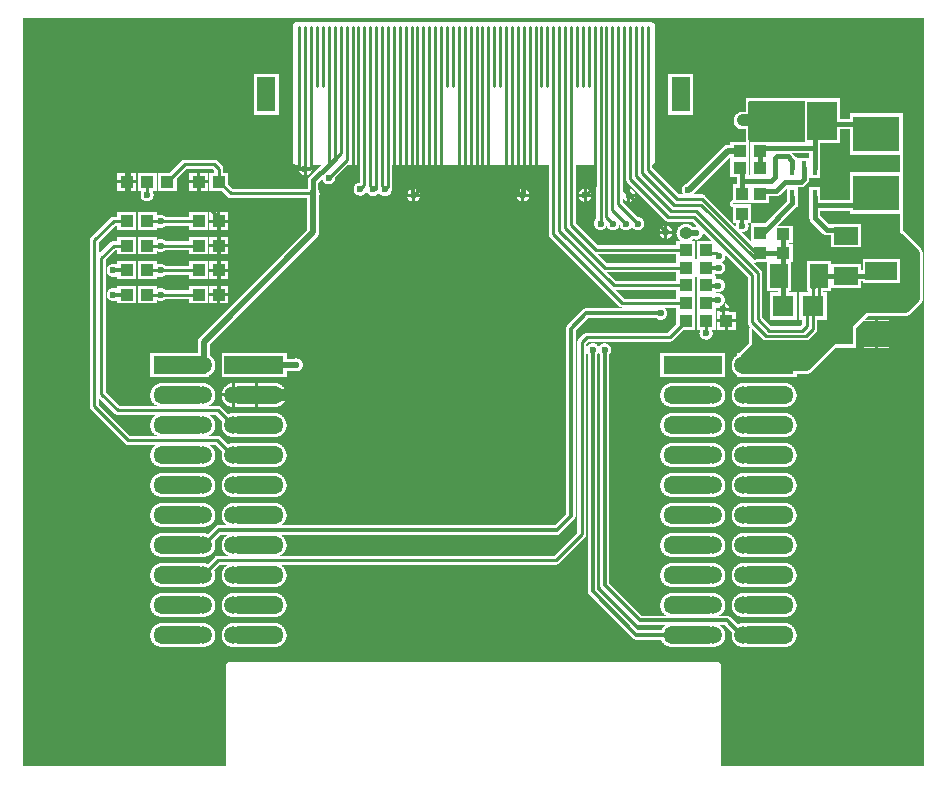
<source format=gbl>
%FSLAX24Y24*%
%MOIN*%
G70*
G01*
G75*
G04 Layer_Physical_Order=2*
G04 Layer_Color=16711680*
%ADD10C,0.0394*%
%ADD11C,0.0098*%
%ADD12C,0.0118*%
%ADD13C,0.0197*%
%ADD14R,0.0906X0.0795*%
%ADD15C,0.0591*%
%ADD16R,0.0591X0.0591*%
%ADD17R,0.0709X0.0709*%
%ADD18C,0.0217*%
%ADD19C,0.0236*%
%ADD20R,0.1772X0.0591*%
%ADD21O,0.0433X0.0394*%
%ADD22R,0.0433X0.0394*%
%ADD23R,0.0394X0.0433*%
%ADD24O,0.1772X0.0591*%
%ADD25R,0.0787X0.0591*%
%ADD26R,0.0591X0.0787*%
%ADD27R,0.1063X0.0630*%
%ADD28R,0.0984X0.1299*%
%ADD29R,0.1575X0.1181*%
%ADD30R,0.0157X0.0472*%
%ADD31R,0.0098X0.0709*%
%ADD32R,0.0630X0.1181*%
%ADD33R,0.0630X0.0709*%
%ADD34C,0.0157*%
%ADD35C,0.0079*%
%ADD36R,0.1651X0.0909*%
G36*
X27028Y-16378D02*
X20240D01*
Y-13000D01*
X20239Y-12983D01*
X20235Y-12966D01*
X20228Y-12950D01*
X20219Y-12935D01*
X20208Y-12922D01*
X20195Y-12911D01*
X20180Y-12902D01*
X20164Y-12895D01*
X20147Y-12891D01*
X20130Y-12890D01*
X3870D01*
X3853Y-12891D01*
X3836Y-12895D01*
X3820Y-12902D01*
X3805Y-12911D01*
X3792Y-12922D01*
X3781Y-12935D01*
X3772Y-12950D01*
X3765Y-12966D01*
X3761Y-12983D01*
X3760Y-13000D01*
Y-16378D01*
X-3028D01*
Y8559D01*
X27028D01*
Y-16378D01*
D02*
G37*
%LPC*%
G36*
X25395Y-1510D02*
X25030D01*
Y-1915D01*
X25395D01*
Y-1510D01*
D02*
G37*
G36*
X26113Y-1756D02*
Y-1919D01*
X26276D01*
X26269Y-1896D01*
X26260Y-1874D01*
X26248Y-1852D01*
X26234Y-1832D01*
X26217Y-1814D01*
X26199Y-1798D01*
X26179Y-1784D01*
X26158Y-1772D01*
X26135Y-1762D01*
X26113Y-1756D01*
D02*
G37*
G36*
X26276Y-2018D02*
X26113D01*
Y-2181D01*
X26135Y-2175D01*
X26158Y-2165D01*
X26179Y-2153D01*
X26199Y-2139D01*
X26217Y-2123D01*
X26234Y-2105D01*
X26248Y-2085D01*
X26260Y-2063D01*
X26269Y-2041D01*
X26276Y-2018D01*
D02*
G37*
G36*
X20543Y-1196D02*
X20118D01*
X20125Y-1218D01*
X20127Y-1224D01*
X20123Y-1231D01*
X20109D01*
Y-1478D01*
X20742D01*
Y-1231D01*
X20539D01*
X20534Y-1224D01*
X20537Y-1218D01*
X20543Y-1196D01*
D02*
G37*
G36*
X20742Y-1578D02*
X20475D01*
Y-1824D01*
X20742D01*
Y-1578D01*
D02*
G37*
G36*
X20375D02*
X20109D01*
Y-1824D01*
X20375D01*
Y-1578D01*
D02*
G37*
G36*
X20395Y-2605D02*
X18227D01*
Y-3395D01*
X20395D01*
Y-2605D01*
D02*
G37*
G36*
X20000Y-3604D02*
X19966Y-3606D01*
X19931Y-3610D01*
X19902Y-3617D01*
X19872Y-3610D01*
X19838Y-3606D01*
X19803Y-3604D01*
X18622D01*
X18588Y-3606D01*
X18553Y-3610D01*
X18520Y-3618D01*
X18487Y-3628D01*
X18455Y-3641D01*
X18424Y-3657D01*
X18395Y-3676D01*
X18368Y-3697D01*
X18342Y-3720D01*
X18319Y-3746D01*
X18298Y-3773D01*
X18279Y-3802D01*
X18263Y-3833D01*
X18250Y-3865D01*
X18240Y-3898D01*
X18232Y-3931D01*
X18228Y-3966D01*
X18226Y-4000D01*
X18228Y-4034D01*
X18232Y-4069D01*
X18240Y-4102D01*
X18250Y-4135D01*
X18263Y-4167D01*
X18279Y-4198D01*
X18298Y-4227D01*
X18319Y-4254D01*
X18342Y-4280D01*
X18368Y-4303D01*
X18395Y-4324D01*
X18424Y-4343D01*
X18455Y-4359D01*
X18487Y-4372D01*
X18520Y-4382D01*
X18553Y-4390D01*
X18588Y-4394D01*
X18622Y-4396D01*
X19803D01*
X19838Y-4394D01*
X19872Y-4390D01*
X19902Y-4383D01*
X19931Y-4390D01*
X19966Y-4394D01*
X20000Y-4396D01*
X20034Y-4394D01*
X20069Y-4390D01*
X20102Y-4382D01*
X20135Y-4372D01*
X20167Y-4359D01*
X20198Y-4343D01*
X20227Y-4324D01*
X20254Y-4303D01*
X20280Y-4280D01*
X20303Y-4254D01*
X20324Y-4227D01*
X20343Y-4198D01*
X20359Y-4167D01*
X20372Y-4135D01*
X20382Y-4102D01*
X20390Y-4069D01*
X20394Y-4034D01*
X20396Y-4000D01*
X20394Y-3966D01*
X20390Y-3931D01*
X20382Y-3898D01*
X20372Y-3865D01*
X20359Y-3833D01*
X20343Y-3802D01*
X20324Y-3773D01*
X20303Y-3746D01*
X20280Y-3720D01*
X20254Y-3697D01*
X20227Y-3676D01*
X20198Y-3657D01*
X20167Y-3641D01*
X20135Y-3628D01*
X20102Y-3618D01*
X20069Y-3610D01*
X20034Y-3606D01*
X20000Y-3604D01*
D02*
G37*
G36*
X22378D02*
X21197D01*
X21162Y-3606D01*
X21128Y-3610D01*
X21098Y-3617D01*
X21069Y-3610D01*
X21034Y-3606D01*
X21000Y-3604D01*
X20966Y-3606D01*
X20931Y-3610D01*
X20898Y-3618D01*
X20865Y-3628D01*
X20833Y-3641D01*
X20802Y-3657D01*
X20773Y-3676D01*
X20746Y-3697D01*
X20720Y-3720D01*
X20697Y-3746D01*
X20676Y-3773D01*
X20657Y-3802D01*
X20641Y-3833D01*
X20628Y-3865D01*
X20618Y-3898D01*
X20610Y-3931D01*
X20606Y-3966D01*
X20604Y-4000D01*
X20606Y-4034D01*
X20610Y-4069D01*
X20618Y-4102D01*
X20628Y-4135D01*
X20641Y-4167D01*
X20657Y-4198D01*
X20676Y-4227D01*
X20697Y-4254D01*
X20720Y-4280D01*
X20746Y-4303D01*
X20773Y-4324D01*
X20802Y-4343D01*
X20833Y-4359D01*
X20865Y-4372D01*
X20898Y-4382D01*
X20931Y-4390D01*
X20966Y-4394D01*
X21000Y-4396D01*
X21034Y-4394D01*
X21069Y-4390D01*
X21098Y-4383D01*
X21128Y-4390D01*
X21162Y-4394D01*
X21197Y-4396D01*
X22378D01*
X22412Y-4394D01*
X22447Y-4390D01*
X22480Y-4382D01*
X22513Y-4372D01*
X22545Y-4359D01*
X22576Y-4343D01*
X22605Y-4324D01*
X22632Y-4303D01*
X22658Y-4280D01*
X22681Y-4254D01*
X22702Y-4227D01*
X22721Y-4198D01*
X22737Y-4167D01*
X22750Y-4135D01*
X22760Y-4102D01*
X22768Y-4069D01*
X22772Y-4034D01*
X22774Y-4000D01*
X22772Y-3966D01*
X22768Y-3931D01*
X22760Y-3898D01*
X22750Y-3865D01*
X22737Y-3833D01*
X22721Y-3802D01*
X22702Y-3773D01*
X22681Y-3746D01*
X22658Y-3720D01*
X22632Y-3697D01*
X22605Y-3676D01*
X22576Y-3657D01*
X22545Y-3641D01*
X22513Y-3628D01*
X22480Y-3618D01*
X22447Y-3610D01*
X22412Y-3606D01*
X22378Y-3604D01*
D02*
G37*
G36*
X25860Y-1510D02*
X25495D01*
Y-1965D01*
Y-2419D01*
X25860D01*
Y-2068D01*
X25867Y-2066D01*
X25878Y-2085D01*
X25892Y-2105D01*
X25909Y-2123D01*
X25927Y-2139D01*
X25947Y-2153D01*
X25968Y-2165D01*
X25991Y-2175D01*
X26013Y-2181D01*
Y-1969D01*
Y-1756D01*
X25991Y-1762D01*
X25968Y-1772D01*
X25947Y-1784D01*
X25927Y-1798D01*
X25909Y-1814D01*
X25892Y-1832D01*
X25878Y-1852D01*
X25867Y-1871D01*
X25860Y-1869D01*
Y-1510D01*
D02*
G37*
G36*
X25395Y-2015D02*
X25030D01*
Y-2419D01*
X25395D01*
Y-2015D01*
D02*
G37*
G36*
X5773Y-2605D02*
X3605D01*
Y-3395D01*
X5773D01*
Y-3199D01*
X6004D01*
X6022Y-3206D01*
X6046Y-3213D01*
X6070Y-3217D01*
X6094Y-3218D01*
X6119Y-3217D01*
X6143Y-3213D01*
X6167Y-3206D01*
X6189Y-3197D01*
X6211Y-3185D01*
X6231Y-3171D01*
X6249Y-3154D01*
X6265Y-3136D01*
X6279Y-3116D01*
X6291Y-3095D01*
X6301Y-3072D01*
X6307Y-3049D01*
X6312Y-3024D01*
X6313Y-3000D01*
X6312Y-2976D01*
X6307Y-2951D01*
X6301Y-2928D01*
X6291Y-2905D01*
X6279Y-2884D01*
X6265Y-2864D01*
X6249Y-2846D01*
X6231Y-2829D01*
X6211Y-2815D01*
X6189Y-2803D01*
X6167Y-2794D01*
X6143Y-2787D01*
X6119Y-2783D01*
X6094Y-2782D01*
X6070Y-2783D01*
X6046Y-2787D01*
X6022Y-2794D01*
X6004Y-2801D01*
X5773D01*
Y-2605D01*
D02*
G37*
G36*
X20381Y-933D02*
Y-1096D01*
X20543D01*
X20537Y-1074D01*
X20528Y-1051D01*
X20516Y-1029D01*
X20501Y-1009D01*
X20485Y-991D01*
X20467Y-975D01*
X20447Y-961D01*
X20425Y-949D01*
X20403Y-939D01*
X20381Y-933D01*
D02*
G37*
G36*
X3462Y454D02*
X3195D01*
Y207D01*
X3462D01*
Y454D01*
D02*
G37*
G36*
X3828Y107D02*
X3562D01*
Y-139D01*
X3828D01*
Y107D01*
D02*
G37*
G36*
X3462D02*
X3195D01*
Y-139D01*
X3462D01*
Y107D01*
D02*
G37*
G36*
X769Y454D02*
X136D01*
Y337D01*
X129Y333D01*
X116Y342D01*
X95Y354D01*
X72Y364D01*
X49Y370D01*
X24Y375D01*
X0Y376D01*
X-24Y375D01*
X-49Y370D01*
X-72Y364D01*
X-95Y354D01*
X-116Y342D01*
X-136Y328D01*
X-154Y312D01*
X-171Y294D01*
X-185Y274D01*
X-197Y252D01*
X-206Y230D01*
X-213Y206D01*
X-217Y182D01*
X-218Y157D01*
X-217Y133D01*
X-213Y109D01*
X-206Y85D01*
X-197Y63D01*
X-185Y41D01*
X-171Y21D01*
X-154Y3D01*
X-136Y-13D01*
X-116Y-27D01*
X-95Y-39D01*
X-72Y-49D01*
X-49Y-55D01*
X-24Y-60D01*
X0Y-61D01*
X24Y-60D01*
X49Y-55D01*
X72Y-49D01*
X95Y-39D01*
X116Y-27D01*
X129Y-18D01*
X136Y-22D01*
Y-139D01*
X769D01*
Y454D01*
D02*
G37*
G36*
X3159Y454D02*
X2526D01*
Y307D01*
X1734D01*
X1729Y312D01*
X1711Y328D01*
X1691Y342D01*
X1670Y354D01*
X1647Y364D01*
X1623Y370D01*
X1599Y375D01*
X1575Y376D01*
X1550Y375D01*
X1526Y370D01*
X1503Y364D01*
X1480Y354D01*
X1459Y342D01*
X1446Y333D01*
X1439Y337D01*
Y454D01*
X806D01*
Y-139D01*
X1439D01*
Y-22D01*
X1446Y-18D01*
X1459Y-27D01*
X1480Y-39D01*
X1503Y-49D01*
X1526Y-55D01*
X1550Y-60D01*
X1575Y-61D01*
X1599Y-60D01*
X1623Y-55D01*
X1647Y-49D01*
X1670Y-39D01*
X1691Y-27D01*
X1711Y-13D01*
X1729Y3D01*
X1734Y8D01*
X2526D01*
Y-139D01*
X3159D01*
Y454D01*
D02*
G37*
G36*
X3828D02*
X3562D01*
Y207D01*
X3828D01*
Y454D01*
D02*
G37*
G36*
X3466Y-357D02*
X3199D01*
Y-604D01*
X3466D01*
Y-357D01*
D02*
G37*
G36*
X3832Y-704D02*
X3566D01*
Y-950D01*
X3832D01*
Y-704D01*
D02*
G37*
G36*
X3466D02*
X3199D01*
Y-950D01*
X3466D01*
Y-704D01*
D02*
G37*
G36*
X769Y-357D02*
X136D01*
Y-474D01*
X129Y-478D01*
X116Y-469D01*
X95Y-457D01*
X72Y-447D01*
X49Y-441D01*
X24Y-436D01*
X0Y-435D01*
X-24Y-436D01*
X-49Y-441D01*
X-72Y-447D01*
X-95Y-457D01*
X-116Y-469D01*
X-136Y-483D01*
X-154Y-499D01*
X-171Y-517D01*
X-185Y-537D01*
X-197Y-559D01*
X-206Y-581D01*
X-213Y-605D01*
X-217Y-629D01*
X-218Y-654D01*
X-217Y-678D01*
X-213Y-702D01*
X-206Y-726D01*
X-197Y-748D01*
X-185Y-770D01*
X-171Y-790D01*
X-154Y-808D01*
X-136Y-824D01*
X-116Y-839D01*
X-95Y-850D01*
X-72Y-860D01*
X-49Y-867D01*
X-24Y-871D01*
X0Y-872D01*
X24Y-871D01*
X49Y-867D01*
X72Y-860D01*
X95Y-850D01*
X116Y-839D01*
X129Y-829D01*
X136Y-833D01*
Y-950D01*
X769D01*
Y-357D01*
D02*
G37*
G36*
X3163Y-357D02*
X2530D01*
Y-504D01*
X1734D01*
X1729Y-499D01*
X1711Y-483D01*
X1691Y-469D01*
X1670Y-457D01*
X1647Y-447D01*
X1623Y-441D01*
X1599Y-436D01*
X1575Y-435D01*
X1550Y-436D01*
X1526Y-441D01*
X1503Y-447D01*
X1480Y-457D01*
X1459Y-469D01*
X1446Y-478D01*
X1439Y-474D01*
Y-357D01*
X806D01*
Y-950D01*
X1439D01*
Y-833D01*
X1446Y-829D01*
X1459Y-839D01*
X1480Y-850D01*
X1503Y-860D01*
X1526Y-867D01*
X1550Y-871D01*
X1575Y-872D01*
X1599Y-871D01*
X1623Y-867D01*
X1647Y-860D01*
X1670Y-850D01*
X1691Y-839D01*
X1711Y-824D01*
X1729Y-808D01*
X1734Y-803D01*
X2530D01*
Y-950D01*
X3163D01*
Y-357D01*
D02*
G37*
G36*
X3832D02*
X3566D01*
Y-604D01*
X3832D01*
Y-357D01*
D02*
G37*
G36*
X20000Y-8604D02*
X19966Y-8606D01*
X19931Y-8610D01*
X19902Y-8617D01*
X19872Y-8610D01*
X19838Y-8606D01*
X19803Y-8604D01*
X18622D01*
X18588Y-8606D01*
X18553Y-8610D01*
X18520Y-8618D01*
X18487Y-8628D01*
X18455Y-8641D01*
X18424Y-8657D01*
X18395Y-8676D01*
X18368Y-8697D01*
X18342Y-8720D01*
X18319Y-8746D01*
X18298Y-8773D01*
X18279Y-8802D01*
X18263Y-8833D01*
X18250Y-8865D01*
X18240Y-8898D01*
X18232Y-8931D01*
X18228Y-8966D01*
X18226Y-9000D01*
X18228Y-9034D01*
X18232Y-9069D01*
X18240Y-9102D01*
X18250Y-9135D01*
X18263Y-9167D01*
X18279Y-9198D01*
X18298Y-9227D01*
X18319Y-9254D01*
X18342Y-9280D01*
X18368Y-9303D01*
X18395Y-9324D01*
X18424Y-9343D01*
X18455Y-9359D01*
X18487Y-9372D01*
X18520Y-9382D01*
X18553Y-9390D01*
X18588Y-9394D01*
X18622Y-9396D01*
X19803D01*
X19838Y-9394D01*
X19872Y-9390D01*
X19902Y-9383D01*
X19931Y-9390D01*
X19966Y-9394D01*
X20000Y-9396D01*
X20034Y-9394D01*
X20069Y-9390D01*
X20102Y-9382D01*
X20135Y-9372D01*
X20167Y-9359D01*
X20198Y-9343D01*
X20227Y-9324D01*
X20254Y-9303D01*
X20280Y-9280D01*
X20303Y-9254D01*
X20324Y-9227D01*
X20343Y-9198D01*
X20359Y-9167D01*
X20372Y-9135D01*
X20382Y-9102D01*
X20390Y-9069D01*
X20394Y-9034D01*
X20396Y-9000D01*
X20394Y-8966D01*
X20390Y-8931D01*
X20382Y-8898D01*
X20372Y-8865D01*
X20359Y-8833D01*
X20343Y-8802D01*
X20324Y-8773D01*
X20303Y-8746D01*
X20280Y-8720D01*
X20254Y-8697D01*
X20227Y-8676D01*
X20198Y-8657D01*
X20167Y-8641D01*
X20135Y-8628D01*
X20102Y-8618D01*
X20069Y-8610D01*
X20034Y-8606D01*
X20000Y-8604D01*
D02*
G37*
G36*
X22378D02*
X21197D01*
X21162Y-8606D01*
X21128Y-8610D01*
X21098Y-8617D01*
X21069Y-8610D01*
X21034Y-8606D01*
X21000Y-8604D01*
X20966Y-8606D01*
X20931Y-8610D01*
X20898Y-8618D01*
X20865Y-8628D01*
X20833Y-8641D01*
X20802Y-8657D01*
X20773Y-8676D01*
X20746Y-8697D01*
X20720Y-8720D01*
X20697Y-8746D01*
X20676Y-8773D01*
X20657Y-8802D01*
X20641Y-8833D01*
X20628Y-8865D01*
X20618Y-8898D01*
X20610Y-8931D01*
X20606Y-8966D01*
X20604Y-9000D01*
X20606Y-9034D01*
X20610Y-9069D01*
X20618Y-9102D01*
X20628Y-9135D01*
X20641Y-9167D01*
X20657Y-9198D01*
X20676Y-9227D01*
X20697Y-9254D01*
X20720Y-9280D01*
X20746Y-9303D01*
X20773Y-9324D01*
X20802Y-9343D01*
X20833Y-9359D01*
X20865Y-9372D01*
X20898Y-9382D01*
X20931Y-9390D01*
X20966Y-9394D01*
X21000Y-9396D01*
X21034Y-9394D01*
X21069Y-9390D01*
X21098Y-9383D01*
X21128Y-9390D01*
X21162Y-9394D01*
X21197Y-9396D01*
X22378D01*
X22412Y-9394D01*
X22447Y-9390D01*
X22480Y-9382D01*
X22513Y-9372D01*
X22545Y-9359D01*
X22576Y-9343D01*
X22605Y-9324D01*
X22632Y-9303D01*
X22658Y-9280D01*
X22681Y-9254D01*
X22702Y-9227D01*
X22721Y-9198D01*
X22737Y-9167D01*
X22750Y-9135D01*
X22760Y-9102D01*
X22768Y-9069D01*
X22772Y-9034D01*
X22774Y-9000D01*
X22772Y-8966D01*
X22768Y-8931D01*
X22760Y-8898D01*
X22750Y-8865D01*
X22737Y-8833D01*
X22721Y-8802D01*
X22702Y-8773D01*
X22681Y-8746D01*
X22658Y-8720D01*
X22632Y-8697D01*
X22605Y-8676D01*
X22576Y-8657D01*
X22545Y-8641D01*
X22513Y-8628D01*
X22480Y-8618D01*
X22447Y-8610D01*
X22412Y-8606D01*
X22378Y-8604D01*
D02*
G37*
G36*
X20000Y-9604D02*
X19966Y-9606D01*
X19931Y-9610D01*
X19902Y-9617D01*
X19872Y-9610D01*
X19838Y-9606D01*
X19803Y-9604D01*
X18622D01*
X18588Y-9606D01*
X18553Y-9610D01*
X18520Y-9618D01*
X18487Y-9628D01*
X18455Y-9641D01*
X18424Y-9657D01*
X18395Y-9676D01*
X18368Y-9697D01*
X18342Y-9720D01*
X18319Y-9746D01*
X18298Y-9773D01*
X18279Y-9802D01*
X18263Y-9833D01*
X18250Y-9865D01*
X18240Y-9898D01*
X18232Y-9931D01*
X18228Y-9966D01*
X18226Y-10000D01*
X18228Y-10034D01*
X18232Y-10069D01*
X18240Y-10102D01*
X18250Y-10135D01*
X18263Y-10167D01*
X18279Y-10198D01*
X18298Y-10227D01*
X18319Y-10254D01*
X18342Y-10280D01*
X18368Y-10303D01*
X18395Y-10324D01*
X18424Y-10343D01*
X18455Y-10359D01*
X18487Y-10372D01*
X18520Y-10382D01*
X18553Y-10390D01*
X18588Y-10394D01*
X18622Y-10396D01*
X19803D01*
X19838Y-10394D01*
X19872Y-10390D01*
X19902Y-10383D01*
X19931Y-10390D01*
X19966Y-10394D01*
X20000Y-10396D01*
X20034Y-10394D01*
X20069Y-10390D01*
X20102Y-10382D01*
X20135Y-10372D01*
X20167Y-10359D01*
X20198Y-10343D01*
X20227Y-10324D01*
X20254Y-10303D01*
X20280Y-10280D01*
X20303Y-10254D01*
X20324Y-10227D01*
X20343Y-10198D01*
X20359Y-10167D01*
X20372Y-10135D01*
X20382Y-10102D01*
X20390Y-10069D01*
X20394Y-10034D01*
X20396Y-10000D01*
X20394Y-9966D01*
X20390Y-9931D01*
X20382Y-9898D01*
X20372Y-9865D01*
X20359Y-9833D01*
X20343Y-9802D01*
X20324Y-9773D01*
X20303Y-9746D01*
X20280Y-9720D01*
X20254Y-9697D01*
X20227Y-9676D01*
X20198Y-9657D01*
X20167Y-9641D01*
X20135Y-9628D01*
X20102Y-9618D01*
X20069Y-9610D01*
X20034Y-9606D01*
X20000Y-9604D01*
D02*
G37*
G36*
Y-7604D02*
X19966Y-7606D01*
X19931Y-7610D01*
X19902Y-7617D01*
X19872Y-7610D01*
X19838Y-7606D01*
X19803Y-7604D01*
X18622D01*
X18588Y-7606D01*
X18553Y-7610D01*
X18520Y-7618D01*
X18487Y-7628D01*
X18455Y-7641D01*
X18424Y-7657D01*
X18395Y-7676D01*
X18368Y-7697D01*
X18342Y-7720D01*
X18319Y-7746D01*
X18298Y-7773D01*
X18279Y-7802D01*
X18263Y-7833D01*
X18250Y-7865D01*
X18240Y-7898D01*
X18232Y-7931D01*
X18228Y-7966D01*
X18226Y-8000D01*
X18228Y-8034D01*
X18232Y-8069D01*
X18240Y-8102D01*
X18250Y-8135D01*
X18263Y-8167D01*
X18279Y-8198D01*
X18298Y-8227D01*
X18319Y-8254D01*
X18342Y-8280D01*
X18368Y-8303D01*
X18395Y-8324D01*
X18424Y-8343D01*
X18455Y-8359D01*
X18487Y-8372D01*
X18520Y-8382D01*
X18553Y-8390D01*
X18588Y-8394D01*
X18622Y-8396D01*
X19803D01*
X19838Y-8394D01*
X19872Y-8390D01*
X19902Y-8383D01*
X19931Y-8390D01*
X19966Y-8394D01*
X20000Y-8396D01*
X20034Y-8394D01*
X20069Y-8390D01*
X20102Y-8382D01*
X20135Y-8372D01*
X20167Y-8359D01*
X20198Y-8343D01*
X20227Y-8324D01*
X20254Y-8303D01*
X20280Y-8280D01*
X20303Y-8254D01*
X20324Y-8227D01*
X20343Y-8198D01*
X20359Y-8167D01*
X20372Y-8135D01*
X20382Y-8102D01*
X20390Y-8069D01*
X20394Y-8034D01*
X20396Y-8000D01*
X20394Y-7966D01*
X20390Y-7931D01*
X20382Y-7898D01*
X20372Y-7865D01*
X20359Y-7833D01*
X20343Y-7802D01*
X20324Y-7773D01*
X20303Y-7746D01*
X20280Y-7720D01*
X20254Y-7697D01*
X20227Y-7676D01*
X20198Y-7657D01*
X20167Y-7641D01*
X20135Y-7628D01*
X20102Y-7618D01*
X20069Y-7610D01*
X20034Y-7606D01*
X20000Y-7604D01*
D02*
G37*
G36*
X3000D02*
X2966Y-7606D01*
X2931Y-7610D01*
X2902Y-7617D01*
X2872Y-7610D01*
X2838Y-7606D01*
X2803Y-7604D01*
X1622D01*
X1588Y-7606D01*
X1553Y-7610D01*
X1520Y-7618D01*
X1487Y-7628D01*
X1455Y-7641D01*
X1424Y-7657D01*
X1395Y-7676D01*
X1368Y-7697D01*
X1342Y-7720D01*
X1319Y-7746D01*
X1298Y-7773D01*
X1279Y-7802D01*
X1263Y-7833D01*
X1250Y-7865D01*
X1240Y-7898D01*
X1232Y-7931D01*
X1228Y-7966D01*
X1226Y-8000D01*
X1228Y-8034D01*
X1232Y-8069D01*
X1240Y-8102D01*
X1250Y-8135D01*
X1263Y-8167D01*
X1279Y-8198D01*
X1298Y-8227D01*
X1319Y-8254D01*
X1342Y-8280D01*
X1368Y-8303D01*
X1395Y-8324D01*
X1424Y-8343D01*
X1455Y-8359D01*
X1487Y-8372D01*
X1520Y-8382D01*
X1553Y-8390D01*
X1588Y-8394D01*
X1622Y-8396D01*
X2803D01*
X2838Y-8394D01*
X2872Y-8390D01*
X2902Y-8383D01*
X2931Y-8390D01*
X2966Y-8394D01*
X3000Y-8396D01*
X3034Y-8394D01*
X3069Y-8390D01*
X3102Y-8382D01*
X3135Y-8372D01*
X3167Y-8359D01*
X3198Y-8343D01*
X3227Y-8324D01*
X3254Y-8303D01*
X3280Y-8280D01*
X3303Y-8254D01*
X3324Y-8227D01*
X3343Y-8198D01*
X3359Y-8167D01*
X3372Y-8135D01*
X3382Y-8102D01*
X3390Y-8069D01*
X3394Y-8034D01*
X3396Y-8000D01*
X3394Y-7966D01*
X3390Y-7931D01*
X3382Y-7898D01*
X3372Y-7865D01*
X3359Y-7833D01*
X3343Y-7802D01*
X3324Y-7773D01*
X3303Y-7746D01*
X3280Y-7720D01*
X3254Y-7697D01*
X3227Y-7676D01*
X3198Y-7657D01*
X3167Y-7641D01*
X3135Y-7628D01*
X3102Y-7618D01*
X3069Y-7610D01*
X3034Y-7606D01*
X3000Y-7604D01*
D02*
G37*
G36*
X22378D02*
X21197D01*
X21162Y-7606D01*
X21128Y-7610D01*
X21098Y-7617D01*
X21069Y-7610D01*
X21034Y-7606D01*
X21000Y-7604D01*
X20966Y-7606D01*
X20931Y-7610D01*
X20898Y-7618D01*
X20865Y-7628D01*
X20833Y-7641D01*
X20802Y-7657D01*
X20773Y-7676D01*
X20746Y-7697D01*
X20720Y-7720D01*
X20697Y-7746D01*
X20676Y-7773D01*
X20657Y-7802D01*
X20641Y-7833D01*
X20628Y-7865D01*
X20618Y-7898D01*
X20610Y-7931D01*
X20606Y-7966D01*
X20604Y-8000D01*
X20606Y-8034D01*
X20610Y-8069D01*
X20618Y-8102D01*
X20628Y-8135D01*
X20641Y-8167D01*
X20657Y-8198D01*
X20676Y-8227D01*
X20697Y-8254D01*
X20720Y-8280D01*
X20746Y-8303D01*
X20773Y-8324D01*
X20802Y-8343D01*
X20833Y-8359D01*
X20865Y-8372D01*
X20898Y-8382D01*
X20931Y-8390D01*
X20966Y-8394D01*
X21000Y-8396D01*
X21034Y-8394D01*
X21069Y-8390D01*
X21098Y-8383D01*
X21128Y-8390D01*
X21162Y-8394D01*
X21197Y-8396D01*
X22378D01*
X22412Y-8394D01*
X22447Y-8390D01*
X22480Y-8382D01*
X22513Y-8372D01*
X22545Y-8359D01*
X22576Y-8343D01*
X22605Y-8324D01*
X22632Y-8303D01*
X22658Y-8280D01*
X22681Y-8254D01*
X22702Y-8227D01*
X22721Y-8198D01*
X22737Y-8167D01*
X22750Y-8135D01*
X22760Y-8102D01*
X22768Y-8069D01*
X22772Y-8034D01*
X22774Y-8000D01*
X22772Y-7966D01*
X22768Y-7931D01*
X22760Y-7898D01*
X22750Y-7865D01*
X22737Y-7833D01*
X22721Y-7802D01*
X22702Y-7773D01*
X22681Y-7746D01*
X22658Y-7720D01*
X22632Y-7697D01*
X22605Y-7676D01*
X22576Y-7657D01*
X22545Y-7641D01*
X22513Y-7628D01*
X22480Y-7618D01*
X22447Y-7610D01*
X22412Y-7606D01*
X22378Y-7604D01*
D02*
G37*
G36*
X5378Y-10604D02*
X4197D01*
X4162Y-10606D01*
X4128Y-10610D01*
X4098Y-10617D01*
X4069Y-10610D01*
X4034Y-10606D01*
X4000Y-10604D01*
X3966Y-10606D01*
X3931Y-10610D01*
X3898Y-10618D01*
X3865Y-10628D01*
X3833Y-10641D01*
X3802Y-10657D01*
X3773Y-10676D01*
X3746Y-10697D01*
X3720Y-10720D01*
X3697Y-10746D01*
X3676Y-10773D01*
X3657Y-10802D01*
X3641Y-10833D01*
X3628Y-10865D01*
X3618Y-10898D01*
X3610Y-10931D01*
X3606Y-10966D01*
X3604Y-11000D01*
X3606Y-11034D01*
X3610Y-11069D01*
X3618Y-11102D01*
X3628Y-11135D01*
X3641Y-11167D01*
X3657Y-11198D01*
X3676Y-11227D01*
X3697Y-11254D01*
X3720Y-11280D01*
X3746Y-11303D01*
X3773Y-11324D01*
X3802Y-11343D01*
X3833Y-11359D01*
X3865Y-11372D01*
X3898Y-11382D01*
X3931Y-11390D01*
X3966Y-11394D01*
X4000Y-11396D01*
X4034Y-11394D01*
X4069Y-11390D01*
X4098Y-11383D01*
X4128Y-11390D01*
X4162Y-11394D01*
X4197Y-11396D01*
X5378D01*
X5412Y-11394D01*
X5447Y-11390D01*
X5480Y-11382D01*
X5513Y-11372D01*
X5545Y-11359D01*
X5576Y-11343D01*
X5605Y-11324D01*
X5632Y-11303D01*
X5658Y-11280D01*
X5681Y-11254D01*
X5702Y-11227D01*
X5721Y-11198D01*
X5737Y-11167D01*
X5750Y-11135D01*
X5760Y-11102D01*
X5768Y-11069D01*
X5772Y-11034D01*
X5774Y-11000D01*
X5772Y-10966D01*
X5768Y-10931D01*
X5760Y-10898D01*
X5750Y-10865D01*
X5737Y-10833D01*
X5721Y-10802D01*
X5702Y-10773D01*
X5681Y-10746D01*
X5658Y-10720D01*
X5632Y-10697D01*
X5605Y-10676D01*
X5576Y-10657D01*
X5545Y-10641D01*
X5513Y-10628D01*
X5480Y-10618D01*
X5447Y-10610D01*
X5412Y-10606D01*
X5378Y-10604D01*
D02*
G37*
G36*
X3000Y-11604D02*
X2966Y-11606D01*
X2931Y-11610D01*
X2902Y-11617D01*
X2872Y-11610D01*
X2838Y-11606D01*
X2803Y-11604D01*
X1622D01*
X1588Y-11606D01*
X1553Y-11610D01*
X1520Y-11618D01*
X1487Y-11628D01*
X1455Y-11641D01*
X1424Y-11657D01*
X1395Y-11676D01*
X1368Y-11697D01*
X1342Y-11720D01*
X1319Y-11746D01*
X1298Y-11773D01*
X1279Y-11802D01*
X1263Y-11833D01*
X1250Y-11865D01*
X1240Y-11898D01*
X1232Y-11931D01*
X1228Y-11966D01*
X1226Y-12000D01*
X1228Y-12034D01*
X1232Y-12069D01*
X1240Y-12102D01*
X1250Y-12135D01*
X1263Y-12167D01*
X1279Y-12198D01*
X1298Y-12227D01*
X1319Y-12254D01*
X1342Y-12280D01*
X1368Y-12303D01*
X1395Y-12324D01*
X1424Y-12343D01*
X1455Y-12359D01*
X1487Y-12372D01*
X1520Y-12382D01*
X1553Y-12390D01*
X1588Y-12394D01*
X1622Y-12396D01*
X2803D01*
X2838Y-12394D01*
X2872Y-12390D01*
X2902Y-12383D01*
X2931Y-12390D01*
X2966Y-12394D01*
X3000Y-12396D01*
X3034Y-12394D01*
X3069Y-12390D01*
X3102Y-12382D01*
X3135Y-12372D01*
X3167Y-12359D01*
X3198Y-12343D01*
X3227Y-12324D01*
X3254Y-12303D01*
X3280Y-12280D01*
X3303Y-12254D01*
X3324Y-12227D01*
X3343Y-12198D01*
X3359Y-12167D01*
X3372Y-12135D01*
X3382Y-12102D01*
X3390Y-12069D01*
X3394Y-12034D01*
X3396Y-12000D01*
X3394Y-11966D01*
X3390Y-11931D01*
X3382Y-11898D01*
X3372Y-11865D01*
X3359Y-11833D01*
X3343Y-11802D01*
X3324Y-11773D01*
X3303Y-11746D01*
X3280Y-11720D01*
X3254Y-11697D01*
X3227Y-11676D01*
X3198Y-11657D01*
X3167Y-11641D01*
X3135Y-11628D01*
X3102Y-11618D01*
X3069Y-11610D01*
X3034Y-11606D01*
X3000Y-11604D01*
D02*
G37*
G36*
X5378D02*
X4197D01*
X4162Y-11606D01*
X4128Y-11610D01*
X4098Y-11617D01*
X4069Y-11610D01*
X4034Y-11606D01*
X4000Y-11604D01*
X3966Y-11606D01*
X3931Y-11610D01*
X3898Y-11618D01*
X3865Y-11628D01*
X3833Y-11641D01*
X3802Y-11657D01*
X3773Y-11676D01*
X3746Y-11697D01*
X3720Y-11720D01*
X3697Y-11746D01*
X3676Y-11773D01*
X3657Y-11802D01*
X3641Y-11833D01*
X3628Y-11865D01*
X3618Y-11898D01*
X3610Y-11931D01*
X3606Y-11966D01*
X3604Y-12000D01*
X3606Y-12034D01*
X3610Y-12069D01*
X3618Y-12102D01*
X3628Y-12135D01*
X3641Y-12167D01*
X3657Y-12198D01*
X3676Y-12227D01*
X3697Y-12254D01*
X3720Y-12280D01*
X3746Y-12303D01*
X3773Y-12324D01*
X3802Y-12343D01*
X3833Y-12359D01*
X3865Y-12372D01*
X3898Y-12382D01*
X3931Y-12390D01*
X3966Y-12394D01*
X4000Y-12396D01*
X4034Y-12394D01*
X4069Y-12390D01*
X4098Y-12383D01*
X4128Y-12390D01*
X4162Y-12394D01*
X4197Y-12396D01*
X5378D01*
X5412Y-12394D01*
X5447Y-12390D01*
X5480Y-12382D01*
X5513Y-12372D01*
X5545Y-12359D01*
X5576Y-12343D01*
X5605Y-12324D01*
X5632Y-12303D01*
X5658Y-12280D01*
X5681Y-12254D01*
X5702Y-12227D01*
X5721Y-12198D01*
X5737Y-12167D01*
X5750Y-12135D01*
X5760Y-12102D01*
X5768Y-12069D01*
X5772Y-12034D01*
X5774Y-12000D01*
X5772Y-11966D01*
X5768Y-11931D01*
X5760Y-11898D01*
X5750Y-11865D01*
X5737Y-11833D01*
X5721Y-11802D01*
X5702Y-11773D01*
X5681Y-11746D01*
X5658Y-11720D01*
X5632Y-11697D01*
X5605Y-11676D01*
X5576Y-11657D01*
X5545Y-11641D01*
X5513Y-11628D01*
X5480Y-11618D01*
X5447Y-11610D01*
X5412Y-11606D01*
X5378Y-11604D01*
D02*
G37*
G36*
X22378Y-9604D02*
X21197D01*
X21162Y-9606D01*
X21128Y-9610D01*
X21098Y-9617D01*
X21069Y-9610D01*
X21034Y-9606D01*
X21000Y-9604D01*
X20966Y-9606D01*
X20931Y-9610D01*
X20898Y-9618D01*
X20865Y-9628D01*
X20833Y-9641D01*
X20802Y-9657D01*
X20773Y-9676D01*
X20746Y-9697D01*
X20720Y-9720D01*
X20697Y-9746D01*
X20676Y-9773D01*
X20657Y-9802D01*
X20641Y-9833D01*
X20628Y-9865D01*
X20618Y-9898D01*
X20610Y-9931D01*
X20606Y-9966D01*
X20604Y-10000D01*
X20606Y-10034D01*
X20610Y-10069D01*
X20618Y-10102D01*
X20628Y-10135D01*
X20641Y-10167D01*
X20657Y-10198D01*
X20676Y-10227D01*
X20697Y-10254D01*
X20720Y-10280D01*
X20746Y-10303D01*
X20773Y-10324D01*
X20802Y-10343D01*
X20833Y-10359D01*
X20865Y-10372D01*
X20898Y-10382D01*
X20931Y-10390D01*
X20966Y-10394D01*
X21000Y-10396D01*
X21034Y-10394D01*
X21069Y-10390D01*
X21098Y-10383D01*
X21128Y-10390D01*
X21162Y-10394D01*
X21197Y-10396D01*
X22378D01*
X22412Y-10394D01*
X22447Y-10390D01*
X22480Y-10382D01*
X22513Y-10372D01*
X22545Y-10359D01*
X22576Y-10343D01*
X22605Y-10324D01*
X22632Y-10303D01*
X22658Y-10280D01*
X22681Y-10254D01*
X22702Y-10227D01*
X22721Y-10198D01*
X22737Y-10167D01*
X22750Y-10135D01*
X22760Y-10102D01*
X22768Y-10069D01*
X22772Y-10034D01*
X22774Y-10000D01*
X22772Y-9966D01*
X22768Y-9931D01*
X22760Y-9898D01*
X22750Y-9865D01*
X22737Y-9833D01*
X22721Y-9802D01*
X22702Y-9773D01*
X22681Y-9746D01*
X22658Y-9720D01*
X22632Y-9697D01*
X22605Y-9676D01*
X22576Y-9657D01*
X22545Y-9641D01*
X22513Y-9628D01*
X22480Y-9618D01*
X22447Y-9610D01*
X22412Y-9606D01*
X22378Y-9604D01*
D02*
G37*
G36*
X3000Y-10604D02*
X2966Y-10606D01*
X2931Y-10610D01*
X2902Y-10617D01*
X2872Y-10610D01*
X2838Y-10606D01*
X2803Y-10604D01*
X1622D01*
X1588Y-10606D01*
X1553Y-10610D01*
X1520Y-10618D01*
X1487Y-10628D01*
X1455Y-10641D01*
X1424Y-10657D01*
X1395Y-10676D01*
X1368Y-10697D01*
X1342Y-10720D01*
X1319Y-10746D01*
X1298Y-10773D01*
X1279Y-10802D01*
X1263Y-10833D01*
X1250Y-10865D01*
X1240Y-10898D01*
X1232Y-10931D01*
X1228Y-10966D01*
X1226Y-11000D01*
X1228Y-11034D01*
X1232Y-11069D01*
X1240Y-11102D01*
X1250Y-11135D01*
X1263Y-11167D01*
X1279Y-11198D01*
X1298Y-11227D01*
X1319Y-11254D01*
X1342Y-11280D01*
X1368Y-11303D01*
X1395Y-11324D01*
X1424Y-11343D01*
X1455Y-11359D01*
X1487Y-11372D01*
X1520Y-11382D01*
X1553Y-11390D01*
X1588Y-11394D01*
X1622Y-11396D01*
X2803D01*
X2838Y-11394D01*
X2872Y-11390D01*
X2902Y-11383D01*
X2931Y-11390D01*
X2966Y-11394D01*
X3000Y-11396D01*
X3034Y-11394D01*
X3069Y-11390D01*
X3102Y-11382D01*
X3135Y-11372D01*
X3167Y-11359D01*
X3198Y-11343D01*
X3227Y-11324D01*
X3254Y-11303D01*
X3280Y-11280D01*
X3303Y-11254D01*
X3324Y-11227D01*
X3343Y-11198D01*
X3359Y-11167D01*
X3372Y-11135D01*
X3382Y-11102D01*
X3390Y-11069D01*
X3394Y-11034D01*
X3396Y-11000D01*
X3394Y-10966D01*
X3390Y-10931D01*
X3382Y-10898D01*
X3372Y-10865D01*
X3359Y-10833D01*
X3343Y-10802D01*
X3324Y-10773D01*
X3303Y-10746D01*
X3280Y-10720D01*
X3254Y-10697D01*
X3227Y-10676D01*
X3198Y-10657D01*
X3167Y-10641D01*
X3135Y-10628D01*
X3102Y-10618D01*
X3069Y-10610D01*
X3034Y-10606D01*
X3000Y-10604D01*
D02*
G37*
G36*
X22378D02*
X21197D01*
X21162Y-10606D01*
X21128Y-10610D01*
X21098Y-10617D01*
X21069Y-10610D01*
X21034Y-10606D01*
X21000Y-10604D01*
X20966Y-10606D01*
X20931Y-10610D01*
X20898Y-10618D01*
X20865Y-10628D01*
X20833Y-10641D01*
X20802Y-10657D01*
X20773Y-10676D01*
X20746Y-10697D01*
X20720Y-10720D01*
X20697Y-10746D01*
X20676Y-10773D01*
X20657Y-10802D01*
X20641Y-10833D01*
X20628Y-10865D01*
X20618Y-10898D01*
X20610Y-10931D01*
X20606Y-10966D01*
X20604Y-11000D01*
X20606Y-11034D01*
X20610Y-11069D01*
X20618Y-11102D01*
X20628Y-11135D01*
X20641Y-11167D01*
X20657Y-11198D01*
X20676Y-11227D01*
X20697Y-11254D01*
X20720Y-11280D01*
X20746Y-11303D01*
X20773Y-11324D01*
X20802Y-11343D01*
X20833Y-11359D01*
X20865Y-11372D01*
X20898Y-11382D01*
X20931Y-11390D01*
X20966Y-11394D01*
X21000Y-11396D01*
X21034Y-11394D01*
X21069Y-11390D01*
X21098Y-11383D01*
X21128Y-11390D01*
X21162Y-11394D01*
X21197Y-11396D01*
X22378D01*
X22412Y-11394D01*
X22447Y-11390D01*
X22480Y-11382D01*
X22513Y-11372D01*
X22545Y-11359D01*
X22576Y-11343D01*
X22605Y-11324D01*
X22632Y-11303D01*
X22658Y-11280D01*
X22681Y-11254D01*
X22702Y-11227D01*
X22721Y-11198D01*
X22737Y-11167D01*
X22750Y-11135D01*
X22760Y-11102D01*
X22768Y-11069D01*
X22772Y-11034D01*
X22774Y-11000D01*
X22772Y-10966D01*
X22768Y-10931D01*
X22760Y-10898D01*
X22750Y-10865D01*
X22737Y-10833D01*
X22721Y-10802D01*
X22702Y-10773D01*
X22681Y-10746D01*
X22658Y-10720D01*
X22632Y-10697D01*
X22605Y-10676D01*
X22576Y-10657D01*
X22545Y-10641D01*
X22513Y-10628D01*
X22480Y-10618D01*
X22447Y-10610D01*
X22412Y-10606D01*
X22378Y-10604D01*
D02*
G37*
G36*
X5378Y-6604D02*
X4197D01*
X4162Y-6606D01*
X4128Y-6610D01*
X4098Y-6617D01*
X4069Y-6610D01*
X4034Y-6606D01*
X4000Y-6604D01*
X3966Y-6606D01*
X3931Y-6610D01*
X3898Y-6618D01*
X3865Y-6628D01*
X3833Y-6641D01*
X3802Y-6657D01*
X3773Y-6676D01*
X3746Y-6697D01*
X3720Y-6720D01*
X3697Y-6746D01*
X3676Y-6773D01*
X3657Y-6802D01*
X3641Y-6833D01*
X3628Y-6865D01*
X3618Y-6898D01*
X3610Y-6931D01*
X3606Y-6966D01*
X3604Y-7000D01*
X3606Y-7034D01*
X3610Y-7069D01*
X3618Y-7102D01*
X3628Y-7135D01*
X3641Y-7167D01*
X3657Y-7198D01*
X3676Y-7227D01*
X3697Y-7254D01*
X3720Y-7280D01*
X3746Y-7303D01*
X3773Y-7324D01*
X3802Y-7343D01*
X3833Y-7359D01*
X3865Y-7372D01*
X3898Y-7382D01*
X3931Y-7390D01*
X3966Y-7394D01*
X4000Y-7396D01*
X4034Y-7394D01*
X4069Y-7390D01*
X4098Y-7383D01*
X4128Y-7390D01*
X4162Y-7394D01*
X4197Y-7396D01*
X5378D01*
X5412Y-7394D01*
X5447Y-7390D01*
X5480Y-7382D01*
X5513Y-7372D01*
X5545Y-7359D01*
X5576Y-7343D01*
X5605Y-7324D01*
X5632Y-7303D01*
X5658Y-7280D01*
X5681Y-7254D01*
X5702Y-7227D01*
X5721Y-7198D01*
X5737Y-7167D01*
X5750Y-7135D01*
X5760Y-7102D01*
X5768Y-7069D01*
X5772Y-7034D01*
X5774Y-7000D01*
X5772Y-6966D01*
X5768Y-6931D01*
X5760Y-6898D01*
X5750Y-6865D01*
X5737Y-6833D01*
X5721Y-6802D01*
X5702Y-6773D01*
X5681Y-6746D01*
X5658Y-6720D01*
X5632Y-6697D01*
X5605Y-6676D01*
X5576Y-6657D01*
X5545Y-6641D01*
X5513Y-6628D01*
X5480Y-6618D01*
X5447Y-6610D01*
X5412Y-6606D01*
X5378Y-6604D01*
D02*
G37*
G36*
X3950Y-4050D02*
X3608D01*
X3610Y-4069D01*
X3618Y-4102D01*
X3628Y-4135D01*
X3641Y-4167D01*
X3657Y-4198D01*
X3676Y-4227D01*
X3697Y-4254D01*
X3720Y-4280D01*
X3746Y-4303D01*
X3773Y-4324D01*
X3802Y-4343D01*
X3833Y-4359D01*
X3865Y-4372D01*
X3898Y-4382D01*
X3931Y-4390D01*
X3950Y-4392D01*
Y-4050D01*
D02*
G37*
G36*
X5770D02*
X4837D01*
Y-4396D01*
X5378D01*
X5412Y-4394D01*
X5447Y-4390D01*
X5480Y-4382D01*
X5513Y-4372D01*
X5545Y-4359D01*
X5576Y-4343D01*
X5605Y-4324D01*
X5632Y-4303D01*
X5658Y-4280D01*
X5681Y-4254D01*
X5702Y-4227D01*
X5721Y-4198D01*
X5737Y-4167D01*
X5750Y-4135D01*
X5760Y-4102D01*
X5768Y-4069D01*
X5770Y-4050D01*
D02*
G37*
G36*
X20000Y-4604D02*
X19966Y-4606D01*
X19931Y-4610D01*
X19902Y-4617D01*
X19872Y-4610D01*
X19838Y-4606D01*
X19803Y-4604D01*
X18622D01*
X18588Y-4606D01*
X18553Y-4610D01*
X18520Y-4618D01*
X18487Y-4628D01*
X18455Y-4641D01*
X18424Y-4657D01*
X18395Y-4676D01*
X18368Y-4697D01*
X18342Y-4720D01*
X18319Y-4746D01*
X18298Y-4773D01*
X18279Y-4802D01*
X18263Y-4833D01*
X18250Y-4865D01*
X18240Y-4898D01*
X18232Y-4931D01*
X18228Y-4966D01*
X18226Y-5000D01*
X18228Y-5034D01*
X18232Y-5069D01*
X18240Y-5102D01*
X18250Y-5135D01*
X18263Y-5167D01*
X18279Y-5198D01*
X18298Y-5227D01*
X18319Y-5254D01*
X18342Y-5280D01*
X18368Y-5303D01*
X18395Y-5324D01*
X18424Y-5343D01*
X18455Y-5359D01*
X18487Y-5372D01*
X18520Y-5382D01*
X18553Y-5390D01*
X18588Y-5394D01*
X18622Y-5396D01*
X19803D01*
X19838Y-5394D01*
X19872Y-5390D01*
X19902Y-5383D01*
X19931Y-5390D01*
X19966Y-5394D01*
X20000Y-5396D01*
X20034Y-5394D01*
X20069Y-5390D01*
X20102Y-5382D01*
X20135Y-5372D01*
X20167Y-5359D01*
X20198Y-5343D01*
X20227Y-5324D01*
X20254Y-5303D01*
X20280Y-5280D01*
X20303Y-5254D01*
X20324Y-5227D01*
X20343Y-5198D01*
X20359Y-5167D01*
X20372Y-5135D01*
X20382Y-5102D01*
X20390Y-5069D01*
X20394Y-5034D01*
X20396Y-5000D01*
X20394Y-4966D01*
X20390Y-4931D01*
X20382Y-4898D01*
X20372Y-4865D01*
X20359Y-4833D01*
X20343Y-4802D01*
X20324Y-4773D01*
X20303Y-4746D01*
X20280Y-4720D01*
X20254Y-4697D01*
X20227Y-4676D01*
X20198Y-4657D01*
X20167Y-4641D01*
X20135Y-4628D01*
X20102Y-4618D01*
X20069Y-4610D01*
X20034Y-4606D01*
X20000Y-4604D01*
D02*
G37*
G36*
X4737Y-3604D02*
X4197D01*
X4162Y-3606D01*
X4128Y-3610D01*
X4098Y-3617D01*
X4069Y-3610D01*
X4050Y-3608D01*
Y-4000D01*
Y-4392D01*
X4069Y-4390D01*
X4098Y-4383D01*
X4128Y-4390D01*
X4162Y-4394D01*
X4197Y-4396D01*
X4737D01*
Y-4000D01*
Y-3604D01*
D02*
G37*
G36*
X5378D02*
X4837D01*
Y-3950D01*
X5770D01*
X5768Y-3931D01*
X5760Y-3898D01*
X5750Y-3865D01*
X5737Y-3833D01*
X5721Y-3802D01*
X5702Y-3773D01*
X5681Y-3746D01*
X5658Y-3720D01*
X5632Y-3697D01*
X5605Y-3676D01*
X5576Y-3657D01*
X5545Y-3641D01*
X5513Y-3628D01*
X5480Y-3618D01*
X5447Y-3610D01*
X5412Y-3606D01*
X5378Y-3604D01*
D02*
G37*
G36*
X3950Y-3608D02*
X3931Y-3610D01*
X3898Y-3618D01*
X3865Y-3628D01*
X3833Y-3641D01*
X3802Y-3657D01*
X3773Y-3676D01*
X3746Y-3697D01*
X3720Y-3720D01*
X3697Y-3746D01*
X3676Y-3773D01*
X3657Y-3802D01*
X3641Y-3833D01*
X3628Y-3865D01*
X3618Y-3898D01*
X3610Y-3931D01*
X3608Y-3950D01*
X3950D01*
Y-3608D01*
D02*
G37*
G36*
X20000Y-6604D02*
X19966Y-6606D01*
X19931Y-6610D01*
X19902Y-6617D01*
X19872Y-6610D01*
X19838Y-6606D01*
X19803Y-6604D01*
X18622D01*
X18588Y-6606D01*
X18553Y-6610D01*
X18520Y-6618D01*
X18487Y-6628D01*
X18455Y-6641D01*
X18424Y-6657D01*
X18395Y-6676D01*
X18368Y-6697D01*
X18342Y-6720D01*
X18319Y-6746D01*
X18298Y-6773D01*
X18279Y-6802D01*
X18263Y-6833D01*
X18250Y-6865D01*
X18240Y-6898D01*
X18232Y-6931D01*
X18228Y-6966D01*
X18226Y-7000D01*
X18228Y-7034D01*
X18232Y-7069D01*
X18240Y-7102D01*
X18250Y-7135D01*
X18263Y-7167D01*
X18279Y-7198D01*
X18298Y-7227D01*
X18319Y-7254D01*
X18342Y-7280D01*
X18368Y-7303D01*
X18395Y-7324D01*
X18424Y-7343D01*
X18455Y-7359D01*
X18487Y-7372D01*
X18520Y-7382D01*
X18553Y-7390D01*
X18588Y-7394D01*
X18622Y-7396D01*
X19803D01*
X19838Y-7394D01*
X19872Y-7390D01*
X19902Y-7383D01*
X19931Y-7390D01*
X19966Y-7394D01*
X20000Y-7396D01*
X20034Y-7394D01*
X20069Y-7390D01*
X20102Y-7382D01*
X20135Y-7372D01*
X20167Y-7359D01*
X20198Y-7343D01*
X20227Y-7324D01*
X20254Y-7303D01*
X20280Y-7280D01*
X20303Y-7254D01*
X20324Y-7227D01*
X20343Y-7198D01*
X20359Y-7167D01*
X20372Y-7135D01*
X20382Y-7102D01*
X20390Y-7069D01*
X20394Y-7034D01*
X20396Y-7000D01*
X20394Y-6966D01*
X20390Y-6931D01*
X20382Y-6898D01*
X20372Y-6865D01*
X20359Y-6833D01*
X20343Y-6802D01*
X20324Y-6773D01*
X20303Y-6746D01*
X20280Y-6720D01*
X20254Y-6697D01*
X20227Y-6676D01*
X20198Y-6657D01*
X20167Y-6641D01*
X20135Y-6628D01*
X20102Y-6618D01*
X20069Y-6610D01*
X20034Y-6606D01*
X20000Y-6604D01*
D02*
G37*
G36*
X3000D02*
X2966Y-6606D01*
X2931Y-6610D01*
X2902Y-6617D01*
X2872Y-6610D01*
X2838Y-6606D01*
X2803Y-6604D01*
X1622D01*
X1588Y-6606D01*
X1553Y-6610D01*
X1520Y-6618D01*
X1487Y-6628D01*
X1455Y-6641D01*
X1424Y-6657D01*
X1395Y-6676D01*
X1368Y-6697D01*
X1342Y-6720D01*
X1319Y-6746D01*
X1298Y-6773D01*
X1279Y-6802D01*
X1263Y-6833D01*
X1250Y-6865D01*
X1240Y-6898D01*
X1232Y-6931D01*
X1228Y-6966D01*
X1226Y-7000D01*
X1228Y-7034D01*
X1232Y-7069D01*
X1240Y-7102D01*
X1250Y-7135D01*
X1263Y-7167D01*
X1279Y-7198D01*
X1298Y-7227D01*
X1319Y-7254D01*
X1342Y-7280D01*
X1368Y-7303D01*
X1395Y-7324D01*
X1424Y-7343D01*
X1455Y-7359D01*
X1487Y-7372D01*
X1520Y-7382D01*
X1553Y-7390D01*
X1588Y-7394D01*
X1622Y-7396D01*
X2803D01*
X2838Y-7394D01*
X2872Y-7390D01*
X2902Y-7383D01*
X2931Y-7390D01*
X2966Y-7394D01*
X3000Y-7396D01*
X3034Y-7394D01*
X3069Y-7390D01*
X3102Y-7382D01*
X3135Y-7372D01*
X3167Y-7359D01*
X3198Y-7343D01*
X3227Y-7324D01*
X3254Y-7303D01*
X3280Y-7280D01*
X3303Y-7254D01*
X3324Y-7227D01*
X3343Y-7198D01*
X3359Y-7167D01*
X3372Y-7135D01*
X3382Y-7102D01*
X3390Y-7069D01*
X3394Y-7034D01*
X3396Y-7000D01*
X3394Y-6966D01*
X3390Y-6931D01*
X3382Y-6898D01*
X3372Y-6865D01*
X3359Y-6833D01*
X3343Y-6802D01*
X3324Y-6773D01*
X3303Y-6746D01*
X3280Y-6720D01*
X3254Y-6697D01*
X3227Y-6676D01*
X3198Y-6657D01*
X3167Y-6641D01*
X3135Y-6628D01*
X3102Y-6618D01*
X3069Y-6610D01*
X3034Y-6606D01*
X3000Y-6604D01*
D02*
G37*
G36*
X22378D02*
X21197D01*
X21162Y-6606D01*
X21128Y-6610D01*
X21098Y-6617D01*
X21069Y-6610D01*
X21034Y-6606D01*
X21000Y-6604D01*
X20966Y-6606D01*
X20931Y-6610D01*
X20898Y-6618D01*
X20865Y-6628D01*
X20833Y-6641D01*
X20802Y-6657D01*
X20773Y-6676D01*
X20746Y-6697D01*
X20720Y-6720D01*
X20697Y-6746D01*
X20676Y-6773D01*
X20657Y-6802D01*
X20641Y-6833D01*
X20628Y-6865D01*
X20618Y-6898D01*
X20610Y-6931D01*
X20606Y-6966D01*
X20604Y-7000D01*
X20606Y-7034D01*
X20610Y-7069D01*
X20618Y-7102D01*
X20628Y-7135D01*
X20641Y-7167D01*
X20657Y-7198D01*
X20676Y-7227D01*
X20697Y-7254D01*
X20720Y-7280D01*
X20746Y-7303D01*
X20773Y-7324D01*
X20802Y-7343D01*
X20833Y-7359D01*
X20865Y-7372D01*
X20898Y-7382D01*
X20931Y-7390D01*
X20966Y-7394D01*
X21000Y-7396D01*
X21034Y-7394D01*
X21069Y-7390D01*
X21098Y-7383D01*
X21128Y-7390D01*
X21162Y-7394D01*
X21197Y-7396D01*
X22378D01*
X22412Y-7394D01*
X22447Y-7390D01*
X22480Y-7382D01*
X22513Y-7372D01*
X22545Y-7359D01*
X22576Y-7343D01*
X22605Y-7324D01*
X22632Y-7303D01*
X22658Y-7280D01*
X22681Y-7254D01*
X22702Y-7227D01*
X22721Y-7198D01*
X22737Y-7167D01*
X22750Y-7135D01*
X22760Y-7102D01*
X22768Y-7069D01*
X22772Y-7034D01*
X22774Y-7000D01*
X22772Y-6966D01*
X22768Y-6931D01*
X22760Y-6898D01*
X22750Y-6865D01*
X22737Y-6833D01*
X22721Y-6802D01*
X22702Y-6773D01*
X22681Y-6746D01*
X22658Y-6720D01*
X22632Y-6697D01*
X22605Y-6676D01*
X22576Y-6657D01*
X22545Y-6641D01*
X22513Y-6628D01*
X22480Y-6618D01*
X22447Y-6610D01*
X22412Y-6606D01*
X22378Y-6604D01*
D02*
G37*
G36*
Y-4604D02*
X21197D01*
X21162Y-4606D01*
X21128Y-4610D01*
X21098Y-4617D01*
X21069Y-4610D01*
X21034Y-4606D01*
X21000Y-4604D01*
X20966Y-4606D01*
X20931Y-4610D01*
X20898Y-4618D01*
X20865Y-4628D01*
X20833Y-4641D01*
X20802Y-4657D01*
X20773Y-4676D01*
X20746Y-4697D01*
X20720Y-4720D01*
X20697Y-4746D01*
X20676Y-4773D01*
X20657Y-4802D01*
X20641Y-4833D01*
X20628Y-4865D01*
X20618Y-4898D01*
X20610Y-4931D01*
X20606Y-4966D01*
X20604Y-5000D01*
X20606Y-5034D01*
X20610Y-5069D01*
X20618Y-5102D01*
X20628Y-5135D01*
X20641Y-5167D01*
X20657Y-5198D01*
X20676Y-5227D01*
X20697Y-5254D01*
X20720Y-5280D01*
X20746Y-5303D01*
X20773Y-5324D01*
X20802Y-5343D01*
X20833Y-5359D01*
X20865Y-5372D01*
X20898Y-5382D01*
X20931Y-5390D01*
X20966Y-5394D01*
X21000Y-5396D01*
X21034Y-5394D01*
X21069Y-5390D01*
X21098Y-5383D01*
X21128Y-5390D01*
X21162Y-5394D01*
X21197Y-5396D01*
X22378D01*
X22412Y-5394D01*
X22447Y-5390D01*
X22480Y-5382D01*
X22513Y-5372D01*
X22545Y-5359D01*
X22576Y-5343D01*
X22605Y-5324D01*
X22632Y-5303D01*
X22658Y-5280D01*
X22681Y-5254D01*
X22702Y-5227D01*
X22721Y-5198D01*
X22737Y-5167D01*
X22750Y-5135D01*
X22760Y-5102D01*
X22768Y-5069D01*
X22772Y-5034D01*
X22774Y-5000D01*
X22772Y-4966D01*
X22768Y-4931D01*
X22760Y-4898D01*
X22750Y-4865D01*
X22737Y-4833D01*
X22721Y-4802D01*
X22702Y-4773D01*
X22681Y-4746D01*
X22658Y-4720D01*
X22632Y-4697D01*
X22605Y-4676D01*
X22576Y-4657D01*
X22545Y-4641D01*
X22513Y-4628D01*
X22480Y-4618D01*
X22447Y-4610D01*
X22412Y-4606D01*
X22378Y-4604D01*
D02*
G37*
G36*
X20000Y-5604D02*
X19966Y-5606D01*
X19931Y-5610D01*
X19902Y-5617D01*
X19872Y-5610D01*
X19838Y-5606D01*
X19803Y-5604D01*
X18622D01*
X18588Y-5606D01*
X18553Y-5610D01*
X18520Y-5618D01*
X18487Y-5628D01*
X18455Y-5641D01*
X18424Y-5657D01*
X18395Y-5676D01*
X18368Y-5697D01*
X18342Y-5720D01*
X18319Y-5746D01*
X18298Y-5773D01*
X18279Y-5802D01*
X18263Y-5833D01*
X18250Y-5865D01*
X18240Y-5898D01*
X18232Y-5931D01*
X18228Y-5966D01*
X18226Y-6000D01*
X18228Y-6034D01*
X18232Y-6069D01*
X18240Y-6102D01*
X18250Y-6135D01*
X18263Y-6167D01*
X18279Y-6198D01*
X18298Y-6227D01*
X18319Y-6254D01*
X18342Y-6280D01*
X18368Y-6303D01*
X18395Y-6324D01*
X18424Y-6343D01*
X18455Y-6359D01*
X18487Y-6372D01*
X18520Y-6382D01*
X18553Y-6390D01*
X18588Y-6394D01*
X18622Y-6396D01*
X19803D01*
X19838Y-6394D01*
X19872Y-6390D01*
X19902Y-6383D01*
X19931Y-6390D01*
X19966Y-6394D01*
X20000Y-6396D01*
X20034Y-6394D01*
X20069Y-6390D01*
X20102Y-6382D01*
X20135Y-6372D01*
X20167Y-6359D01*
X20198Y-6343D01*
X20227Y-6324D01*
X20254Y-6303D01*
X20280Y-6280D01*
X20303Y-6254D01*
X20324Y-6227D01*
X20343Y-6198D01*
X20359Y-6167D01*
X20372Y-6135D01*
X20382Y-6102D01*
X20390Y-6069D01*
X20394Y-6034D01*
X20396Y-6000D01*
X20394Y-5966D01*
X20390Y-5931D01*
X20382Y-5898D01*
X20372Y-5865D01*
X20359Y-5833D01*
X20343Y-5802D01*
X20324Y-5773D01*
X20303Y-5746D01*
X20280Y-5720D01*
X20254Y-5697D01*
X20227Y-5676D01*
X20198Y-5657D01*
X20167Y-5641D01*
X20135Y-5628D01*
X20102Y-5618D01*
X20069Y-5610D01*
X20034Y-5606D01*
X20000Y-5604D01*
D02*
G37*
G36*
X22378D02*
X21197D01*
X21162Y-5606D01*
X21128Y-5610D01*
X21098Y-5617D01*
X21069Y-5610D01*
X21034Y-5606D01*
X21000Y-5604D01*
X20966Y-5606D01*
X20931Y-5610D01*
X20898Y-5618D01*
X20865Y-5628D01*
X20833Y-5641D01*
X20802Y-5657D01*
X20773Y-5676D01*
X20746Y-5697D01*
X20720Y-5720D01*
X20697Y-5746D01*
X20676Y-5773D01*
X20657Y-5802D01*
X20641Y-5833D01*
X20628Y-5865D01*
X20618Y-5898D01*
X20610Y-5931D01*
X20606Y-5966D01*
X20604Y-6000D01*
X20606Y-6034D01*
X20610Y-6069D01*
X20618Y-6102D01*
X20628Y-6135D01*
X20641Y-6167D01*
X20657Y-6198D01*
X20676Y-6227D01*
X20697Y-6254D01*
X20720Y-6280D01*
X20746Y-6303D01*
X20773Y-6324D01*
X20802Y-6343D01*
X20833Y-6359D01*
X20865Y-6372D01*
X20898Y-6382D01*
X20931Y-6390D01*
X20966Y-6394D01*
X21000Y-6396D01*
X21034Y-6394D01*
X21069Y-6390D01*
X21098Y-6383D01*
X21128Y-6390D01*
X21162Y-6394D01*
X21197Y-6396D01*
X22378D01*
X22412Y-6394D01*
X22447Y-6390D01*
X22480Y-6382D01*
X22513Y-6372D01*
X22545Y-6359D01*
X22576Y-6343D01*
X22605Y-6324D01*
X22632Y-6303D01*
X22658Y-6280D01*
X22681Y-6254D01*
X22702Y-6227D01*
X22721Y-6198D01*
X22737Y-6167D01*
X22750Y-6135D01*
X22760Y-6102D01*
X22768Y-6069D01*
X22772Y-6034D01*
X22774Y-6000D01*
X22772Y-5966D01*
X22768Y-5931D01*
X22760Y-5898D01*
X22750Y-5865D01*
X22737Y-5833D01*
X22721Y-5802D01*
X22702Y-5773D01*
X22681Y-5746D01*
X22658Y-5720D01*
X22632Y-5697D01*
X22605Y-5676D01*
X22576Y-5657D01*
X22545Y-5641D01*
X22513Y-5628D01*
X22480Y-5618D01*
X22447Y-5610D01*
X22412Y-5606D01*
X22378Y-5604D01*
D02*
G37*
G36*
X3466Y930D02*
X3199D01*
Y683D01*
X3466D01*
Y930D01*
D02*
G37*
G36*
X403Y3060D02*
X136D01*
Y2813D01*
X403D01*
Y3060D01*
D02*
G37*
G36*
X13696Y2874D02*
Y2711D01*
X13858D01*
X13852Y2734D01*
X13842Y2756D01*
X13831Y2778D01*
X13816Y2798D01*
X13800Y2816D01*
X13782Y2832D01*
X13762Y2846D01*
X13740Y2858D01*
X13718Y2868D01*
X13696Y2874D01*
D02*
G37*
G36*
X13596D02*
X13574Y2868D01*
X13551Y2858D01*
X13529Y2846D01*
X13509Y2832D01*
X13491Y2816D01*
X13475Y2798D01*
X13461Y2778D01*
X13449Y2756D01*
X13439Y2734D01*
X13433Y2711D01*
X13596D01*
Y2874D01*
D02*
G37*
G36*
X3163Y3060D02*
X2896D01*
Y2813D01*
X3163D01*
Y3060D01*
D02*
G37*
G36*
X2796D02*
X2530D01*
Y2813D01*
X2796D01*
Y3060D01*
D02*
G37*
G36*
X769Y3060D02*
X503D01*
Y2813D01*
X769D01*
Y3060D01*
D02*
G37*
G36*
X13858Y2611D02*
X13696D01*
Y2449D01*
X13718Y2455D01*
X13740Y2465D01*
X13762Y2476D01*
X13782Y2491D01*
X13800Y2507D01*
X13816Y2525D01*
X13831Y2545D01*
X13842Y2567D01*
X13852Y2589D01*
X13858Y2611D01*
D02*
G37*
G36*
X13596D02*
X13433D01*
X13439Y2589D01*
X13449Y2567D01*
X13461Y2545D01*
X13475Y2525D01*
X13491Y2507D01*
X13509Y2491D01*
X13529Y2476D01*
X13551Y2465D01*
X13574Y2455D01*
X13596Y2449D01*
Y2611D01*
D02*
G37*
G36*
X10217D02*
X10054D01*
Y2449D01*
X10076Y2455D01*
X10099Y2465D01*
X10120Y2476D01*
X10140Y2491D01*
X10158Y2507D01*
X10175Y2525D01*
X10189Y2545D01*
X10201Y2567D01*
X10210Y2589D01*
X10217Y2611D01*
D02*
G37*
G36*
X10054Y2874D02*
Y2711D01*
X10217D01*
X10210Y2734D01*
X10201Y2756D01*
X10189Y2778D01*
X10175Y2798D01*
X10158Y2816D01*
X10140Y2832D01*
X10120Y2846D01*
X10099Y2858D01*
X10076Y2868D01*
X10054Y2874D01*
D02*
G37*
G36*
X9954D02*
X9932Y2868D01*
X9909Y2858D01*
X9888Y2846D01*
X9868Y2832D01*
X9849Y2816D01*
X9833Y2798D01*
X9819Y2778D01*
X9807Y2756D01*
X9798Y2734D01*
X9791Y2711D01*
X9954D01*
Y2874D01*
D02*
G37*
G36*
X1439Y3407D02*
X806D01*
Y2813D01*
X940D01*
X944Y2806D01*
X937Y2797D01*
X925Y2776D01*
X916Y2753D01*
X909Y2730D01*
X905Y2706D01*
X904Y2681D01*
X905Y2657D01*
X909Y2632D01*
X916Y2609D01*
X925Y2586D01*
X937Y2565D01*
X951Y2545D01*
X968Y2527D01*
X986Y2510D01*
X1006Y2496D01*
X1027Y2484D01*
X1050Y2475D01*
X1073Y2468D01*
X1098Y2464D01*
X1122Y2463D01*
X1147Y2464D01*
X1171Y2468D01*
X1194Y2475D01*
X1217Y2484D01*
X1238Y2496D01*
X1258Y2510D01*
X1277Y2527D01*
X1293Y2545D01*
X1307Y2565D01*
X1319Y2586D01*
X1328Y2609D01*
X1335Y2632D01*
X1339Y2657D01*
X1340Y2681D01*
X1339Y2706D01*
X1335Y2730D01*
X1328Y2753D01*
X1319Y2776D01*
X1307Y2797D01*
X1301Y2806D01*
X1304Y2813D01*
X1439D01*
Y3407D01*
D02*
G37*
G36*
X17953Y8419D02*
X6079D01*
X6063Y8418D01*
X6048Y8414D01*
X6033Y8408D01*
X6020Y8400D01*
X6008Y8390D01*
X5998Y8378D01*
X5989Y8364D01*
X5983Y8350D01*
X5980Y8335D01*
X5978Y8319D01*
Y3780D01*
X5980Y3764D01*
X5983Y3749D01*
X5989Y3734D01*
X5998Y3721D01*
X6008Y3709D01*
X6020Y3698D01*
X6033Y3690D01*
X6048Y3684D01*
X6063Y3680D01*
X6079Y3679D01*
X6218D01*
X6222Y3672D01*
X6213Y3660D01*
X6201Y3638D01*
X6191Y3615D01*
X6185Y3593D01*
X6610D01*
X6604Y3615D01*
X6594Y3638D01*
X6583Y3660D01*
X6574Y3672D01*
X6577Y3679D01*
X6918D01*
X6921Y3672D01*
X6527Y3278D01*
X6511Y3260D01*
X6498Y3241D01*
X6488Y3220D01*
X6481Y3197D01*
X6476Y3174D01*
X6474Y3151D01*
Y2866D01*
X3971D01*
X3832Y3005D01*
Y3407D01*
X3661D01*
Y3547D01*
X3660Y3567D01*
X3656Y3586D01*
X3650Y3604D01*
X3641Y3622D01*
X3635Y3632D01*
X3630Y3638D01*
X3618Y3653D01*
X3472Y3799D01*
X3457Y3812D01*
X3441Y3822D01*
X3423Y3831D01*
X3405Y3837D01*
X3386Y3841D01*
X3366Y3842D01*
X2374D01*
X2354Y3841D01*
X2335Y3837D01*
X2317Y3831D01*
X2299Y3822D01*
X2283Y3812D01*
X2268Y3799D01*
X1877Y3407D01*
X1475D01*
Y2813D01*
X2108D01*
Y3215D01*
X2436Y3543D01*
X3304D01*
X3362Y3485D01*
Y3407D01*
X3199D01*
Y2813D01*
X3601D01*
X3804Y2611D01*
X3818Y2598D01*
X3835Y2587D01*
X3852Y2578D01*
X3871Y2572D01*
X3871Y2572D01*
X3871Y2572D01*
D01*
X3871Y2572D01*
X3871Y2572D01*
X3890Y2568D01*
X3909Y2567D01*
X6455D01*
Y1500D01*
X2875Y-2080D01*
X2860Y-2097D01*
X2847Y-2115D01*
X2837Y-2134D01*
X2832Y-2145D01*
X2828Y-2155D01*
X2822Y-2176D01*
X2818Y-2198D01*
X2817Y-2220D01*
Y-2605D01*
X1227D01*
Y-3395D01*
X2991D01*
X3000Y-3396D01*
X3009Y-3395D01*
X3198D01*
Y-3342D01*
X3227Y-3324D01*
X3254Y-3303D01*
X3280Y-3280D01*
X3303Y-3254D01*
X3324Y-3227D01*
X3343Y-3198D01*
X3359Y-3167D01*
X3372Y-3135D01*
X3382Y-3102D01*
X3390Y-3069D01*
X3394Y-3034D01*
X3396Y-3000D01*
X3394Y-2966D01*
X3390Y-2931D01*
X3382Y-2898D01*
X3372Y-2865D01*
X3359Y-2833D01*
X3343Y-2802D01*
X3324Y-2773D01*
X3303Y-2746D01*
X3280Y-2720D01*
X3254Y-2697D01*
X3227Y-2676D01*
X3214Y-2668D01*
Y-2303D01*
X6794Y1277D01*
X6809Y1293D01*
X6822Y1312D01*
X6822Y1312D01*
X6822Y1312D01*
X6833Y1331D01*
X6837Y1341D01*
X6841Y1352D01*
X6847Y1373D01*
X6851Y1395D01*
X6852Y1417D01*
X6852Y1417D01*
X6852Y1417D01*
Y1417D01*
Y2626D01*
X6860Y2644D01*
X6867Y2668D01*
X6871Y2692D01*
X6872Y2717D01*
X6871Y2741D01*
X6867Y2765D01*
X6860Y2789D01*
X6850Y2811D01*
X6839Y2833D01*
X6833Y2841D01*
Y3077D01*
X6960Y3204D01*
X6967Y3201D01*
X6968Y3195D01*
X6975Y3172D01*
X6984Y3149D01*
X6996Y3128D01*
X7010Y3108D01*
X7027Y3090D01*
X7045Y3073D01*
X7065Y3059D01*
X7086Y3047D01*
X7109Y3038D01*
X7132Y3031D01*
X7157Y3027D01*
X7181Y3026D01*
X7206Y3027D01*
X7230Y3031D01*
X7253Y3038D01*
X7276Y3047D01*
X7297Y3059D01*
X7317Y3073D01*
X7336Y3090D01*
X7352Y3108D01*
X7366Y3128D01*
X7378Y3149D01*
X7387Y3172D01*
X7394Y3195D01*
X7398Y3220D01*
X7400Y3244D01*
X7399Y3251D01*
X7828Y3679D01*
X8215D01*
Y3080D01*
X8200Y3079D01*
X8176Y3075D01*
X8152Y3068D01*
X8130Y3059D01*
X8108Y3047D01*
X8088Y3033D01*
X8070Y3017D01*
X8054Y2998D01*
X8039Y2978D01*
X8028Y2957D01*
X8018Y2934D01*
X8011Y2911D01*
X8007Y2887D01*
X8006Y2862D01*
X8007Y2838D01*
X8011Y2814D01*
X8018Y2790D01*
X8028Y2767D01*
X8039Y2746D01*
X8054Y2726D01*
X8070Y2708D01*
X8088Y2691D01*
X8108Y2677D01*
X8130Y2665D01*
X8152Y2656D01*
X8176Y2649D01*
X8200Y2645D01*
X8224Y2644D01*
X8249Y2645D01*
X8273Y2649D01*
X8297Y2656D01*
X8319Y2665D01*
X8341Y2677D01*
X8361Y2691D01*
X8379Y2708D01*
X8395Y2726D01*
X8409Y2746D01*
X8421Y2767D01*
X8431Y2790D01*
X8437Y2814D01*
X8438Y2819D01*
X8446D01*
X8448Y2806D01*
X8455Y2782D01*
X8465Y2760D01*
X8476Y2738D01*
X8491Y2718D01*
X8507Y2700D01*
X8525Y2684D01*
X8545Y2669D01*
X8567Y2658D01*
X8589Y2648D01*
X8613Y2641D01*
X8637Y2637D01*
X8661Y2636D01*
X8686Y2637D01*
X8710Y2641D01*
X8734Y2648D01*
X8756Y2658D01*
X8778Y2669D01*
X8798Y2684D01*
X8816Y2700D01*
X8832Y2718D01*
X8840Y2730D01*
X8849Y2736D01*
X8858Y2743D01*
X8866Y2742D01*
X8870Y2734D01*
X8884Y2714D01*
X8901Y2696D01*
X8919Y2680D01*
X8939Y2665D01*
X8960Y2654D01*
X8983Y2644D01*
X9007Y2637D01*
X9031Y2633D01*
X9055Y2632D01*
X9080Y2633D01*
X9104Y2637D01*
X9127Y2644D01*
X9150Y2654D01*
X9171Y2665D01*
X9191Y2680D01*
X9210Y2696D01*
X9226Y2714D01*
X9240Y2734D01*
X9252Y2756D01*
X9261Y2778D01*
X9268Y2802D01*
X9272Y2826D01*
X9274Y2850D01*
X9273Y2860D01*
X9282Y2873D01*
X9290Y2890D01*
X9297Y2909D01*
X9300Y2928D01*
X9302Y2947D01*
Y3679D01*
X14514D01*
Y1368D01*
X14514Y1368D01*
X14514D01*
X14516Y1348D01*
X14519Y1329D01*
X14526Y1310D01*
X14534Y1293D01*
X14545Y1277D01*
X14558Y1262D01*
X16863Y-1043D01*
X16877Y-1056D01*
X16884Y-1060D01*
X16894Y-1067D01*
X16911Y-1075D01*
X16930Y-1081D01*
X16949Y-1085D01*
X16968Y-1087D01*
X18117D01*
X18119Y-1094D01*
X18104Y-1105D01*
X18091Y-1116D01*
X15760D01*
X15739Y-1118D01*
X15736Y-1118D01*
X15719Y-1122D01*
X15699Y-1128D01*
X15680Y-1138D01*
X15663Y-1149D01*
X15647Y-1163D01*
X15135Y-1675D01*
X15122Y-1690D01*
X15110Y-1708D01*
X15101Y-1726D01*
X15094Y-1746D01*
X15090Y-1767D01*
X15089Y-1787D01*
Y-7969D01*
X14713Y-8345D01*
X5587D01*
X5585Y-8337D01*
X5605Y-8324D01*
X5632Y-8303D01*
X5658Y-8280D01*
X5681Y-8254D01*
X5702Y-8227D01*
X5721Y-8198D01*
X5737Y-8167D01*
X5750Y-8135D01*
X5760Y-8102D01*
X5768Y-8069D01*
X5772Y-8034D01*
X5774Y-8000D01*
X5772Y-7966D01*
X5768Y-7931D01*
X5760Y-7898D01*
X5750Y-7865D01*
X5737Y-7833D01*
X5721Y-7802D01*
X5702Y-7773D01*
X5681Y-7746D01*
X5658Y-7720D01*
X5632Y-7697D01*
X5605Y-7676D01*
X5576Y-7657D01*
X5545Y-7641D01*
X5513Y-7628D01*
X5480Y-7618D01*
X5447Y-7610D01*
X5412Y-7606D01*
X5378Y-7604D01*
X4197D01*
X4162Y-7606D01*
X4128Y-7610D01*
X4098Y-7617D01*
X4069Y-7610D01*
X4034Y-7606D01*
X4000Y-7604D01*
X3966Y-7606D01*
X3931Y-7610D01*
X3898Y-7618D01*
X3865Y-7628D01*
X3833Y-7641D01*
X3802Y-7657D01*
X3773Y-7676D01*
X3746Y-7697D01*
X3720Y-7720D01*
X3697Y-7746D01*
X3676Y-7773D01*
X3657Y-7802D01*
X3641Y-7833D01*
X3628Y-7865D01*
X3618Y-7898D01*
X3610Y-7931D01*
X3606Y-7966D01*
X3604Y-8000D01*
X3606Y-8034D01*
X3610Y-8069D01*
X3618Y-8102D01*
X3628Y-8135D01*
X3641Y-8167D01*
X3657Y-8198D01*
X3676Y-8227D01*
X3697Y-8254D01*
X3720Y-8280D01*
X3746Y-8303D01*
X3773Y-8324D01*
X3793Y-8337D01*
X3791Y-8345D01*
X3504D01*
X3483Y-8346D01*
X3463Y-8350D01*
X3443Y-8357D01*
X3424Y-8366D01*
X3407Y-8377D01*
X3391Y-8391D01*
X3149Y-8634D01*
X3135Y-8628D01*
X3102Y-8618D01*
X3069Y-8610D01*
X3034Y-8606D01*
X3000Y-8604D01*
X2966Y-8606D01*
X2931Y-8610D01*
X2902Y-8617D01*
X2872Y-8610D01*
X2838Y-8606D01*
X2803Y-8604D01*
X1622D01*
X1588Y-8606D01*
X1553Y-8610D01*
X1520Y-8618D01*
X1487Y-8628D01*
X1455Y-8641D01*
X1424Y-8657D01*
X1395Y-8676D01*
X1368Y-8697D01*
X1342Y-8720D01*
X1319Y-8746D01*
X1298Y-8773D01*
X1279Y-8802D01*
X1263Y-8833D01*
X1250Y-8865D01*
X1240Y-8898D01*
X1232Y-8931D01*
X1228Y-8966D01*
X1226Y-9000D01*
X1228Y-9034D01*
X1232Y-9069D01*
X1240Y-9102D01*
X1250Y-9135D01*
X1263Y-9167D01*
X1279Y-9198D01*
X1298Y-9227D01*
X1319Y-9254D01*
X1342Y-9280D01*
X1368Y-9303D01*
X1395Y-9324D01*
X1424Y-9343D01*
X1455Y-9359D01*
X1487Y-9372D01*
X1520Y-9382D01*
X1553Y-9390D01*
X1588Y-9394D01*
X1622Y-9396D01*
X2803D01*
X2838Y-9394D01*
X2872Y-9390D01*
X2902Y-9383D01*
X2931Y-9390D01*
X2966Y-9394D01*
X3000Y-9396D01*
X3034Y-9394D01*
X3069Y-9390D01*
X3102Y-9382D01*
X3135Y-9372D01*
X3167Y-9359D01*
X3198Y-9343D01*
X3227Y-9324D01*
X3254Y-9303D01*
X3280Y-9280D01*
X3303Y-9254D01*
X3324Y-9227D01*
X3343Y-9198D01*
X3359Y-9167D01*
X3372Y-9135D01*
X3382Y-9102D01*
X3390Y-9069D01*
X3394Y-9034D01*
X3396Y-9000D01*
X3394Y-8966D01*
X3390Y-8931D01*
X3382Y-8898D01*
X3372Y-8865D01*
X3371Y-8862D01*
X3570Y-8663D01*
X3779D01*
X3781Y-8671D01*
X3773Y-8676D01*
X3746Y-8697D01*
X3720Y-8720D01*
X3697Y-8746D01*
X3676Y-8773D01*
X3657Y-8802D01*
X3641Y-8833D01*
X3628Y-8865D01*
X3618Y-8898D01*
X3610Y-8931D01*
X3606Y-8966D01*
X3604Y-9000D01*
X3606Y-9034D01*
X3610Y-9069D01*
X3618Y-9102D01*
X3628Y-9135D01*
X3641Y-9167D01*
X3657Y-9198D01*
X3676Y-9227D01*
X3697Y-9254D01*
X3720Y-9280D01*
X3746Y-9303D01*
X3773Y-9324D01*
X3802Y-9343D01*
X3810Y-9347D01*
X3808Y-9354D01*
X3492D01*
X3473Y-9356D01*
X3453Y-9359D01*
X3435Y-9366D01*
X3417Y-9374D01*
X3401Y-9385D01*
X3386Y-9398D01*
X3150Y-9634D01*
X3135Y-9628D01*
X3102Y-9618D01*
X3069Y-9610D01*
X3034Y-9606D01*
X3000Y-9604D01*
X2966Y-9606D01*
X2931Y-9610D01*
X2902Y-9617D01*
X2872Y-9610D01*
X2838Y-9606D01*
X2803Y-9604D01*
X1622D01*
X1588Y-9606D01*
X1553Y-9610D01*
X1520Y-9618D01*
X1487Y-9628D01*
X1455Y-9641D01*
X1424Y-9657D01*
X1395Y-9676D01*
X1368Y-9697D01*
X1342Y-9720D01*
X1319Y-9746D01*
X1298Y-9773D01*
X1279Y-9802D01*
X1263Y-9833D01*
X1250Y-9865D01*
X1240Y-9898D01*
X1232Y-9931D01*
X1228Y-9966D01*
X1226Y-10000D01*
X1228Y-10034D01*
X1232Y-10069D01*
X1240Y-10102D01*
X1250Y-10135D01*
X1263Y-10167D01*
X1279Y-10198D01*
X1298Y-10227D01*
X1319Y-10254D01*
X1342Y-10280D01*
X1368Y-10303D01*
X1395Y-10324D01*
X1424Y-10343D01*
X1455Y-10359D01*
X1487Y-10372D01*
X1520Y-10382D01*
X1553Y-10390D01*
X1588Y-10394D01*
X1622Y-10396D01*
X2803D01*
X2838Y-10394D01*
X2872Y-10390D01*
X2902Y-10383D01*
X2931Y-10390D01*
X2966Y-10394D01*
X3000Y-10396D01*
X3034Y-10394D01*
X3069Y-10390D01*
X3102Y-10382D01*
X3135Y-10372D01*
X3167Y-10359D01*
X3198Y-10343D01*
X3227Y-10324D01*
X3254Y-10303D01*
X3280Y-10280D01*
X3303Y-10254D01*
X3324Y-10227D01*
X3343Y-10198D01*
X3359Y-10167D01*
X3372Y-10135D01*
X3382Y-10102D01*
X3390Y-10069D01*
X3394Y-10034D01*
X3396Y-10000D01*
X3394Y-9966D01*
X3390Y-9931D01*
X3382Y-9898D01*
X3372Y-9865D01*
X3363Y-9844D01*
X3554Y-9653D01*
X3794D01*
X3796Y-9661D01*
X3773Y-9676D01*
X3746Y-9697D01*
X3720Y-9720D01*
X3697Y-9746D01*
X3676Y-9773D01*
X3657Y-9802D01*
X3641Y-9833D01*
X3628Y-9865D01*
X3618Y-9898D01*
X3610Y-9931D01*
X3606Y-9966D01*
X3604Y-10000D01*
X3606Y-10034D01*
X3610Y-10069D01*
X3618Y-10102D01*
X3628Y-10135D01*
X3641Y-10167D01*
X3657Y-10198D01*
X3676Y-10227D01*
X3697Y-10254D01*
X3720Y-10280D01*
X3746Y-10303D01*
X3773Y-10324D01*
X3802Y-10343D01*
X3833Y-10359D01*
X3865Y-10372D01*
X3898Y-10382D01*
X3931Y-10390D01*
X3966Y-10394D01*
X4000Y-10396D01*
X4034Y-10394D01*
X4069Y-10390D01*
X4098Y-10383D01*
X4128Y-10390D01*
X4162Y-10394D01*
X4197Y-10396D01*
X5378D01*
X5412Y-10394D01*
X5447Y-10390D01*
X5480Y-10382D01*
X5513Y-10372D01*
X5545Y-10359D01*
X5576Y-10343D01*
X5605Y-10324D01*
X5632Y-10303D01*
X5658Y-10280D01*
X5681Y-10254D01*
X5702Y-10227D01*
X5721Y-10198D01*
X5737Y-10167D01*
X5750Y-10135D01*
X5760Y-10102D01*
X5768Y-10069D01*
X5772Y-10034D01*
X5774Y-10000D01*
X5772Y-9966D01*
X5768Y-9931D01*
X5760Y-9898D01*
X5750Y-9865D01*
X5737Y-9833D01*
X5721Y-9802D01*
X5702Y-9773D01*
X5681Y-9746D01*
X5658Y-9720D01*
X5632Y-9697D01*
X5605Y-9676D01*
X5576Y-9657D01*
X5577Y-9653D01*
X14752D01*
X14771Y-9652D01*
X14791Y-9648D01*
X14791D01*
X14791Y-9648D01*
X14791Y-9648D01*
X14809Y-9642D01*
X14827Y-9633D01*
X14843Y-9623D01*
X14858Y-9610D01*
X15712Y-8755D01*
X15725Y-8741D01*
X15729Y-8734D01*
X15736Y-8724D01*
X15744Y-8707D01*
X15751Y-8688D01*
X15755Y-8669D01*
X15756Y-8650D01*
Y-2539D01*
X15764Y-2538D01*
X15770Y-2560D01*
X15780Y-2583D01*
X15791Y-2604D01*
X15806Y-2624D01*
X15817Y-2637D01*
Y-10543D01*
X15817Y-10543D01*
X15817D01*
X15818Y-10564D01*
X15822Y-10585D01*
X15829Y-10604D01*
X15838Y-10623D01*
X15850Y-10640D01*
X15864Y-10656D01*
X17320Y-12113D01*
X17336Y-12126D01*
X17353Y-12138D01*
X17372Y-12147D01*
X17392Y-12154D01*
X17412Y-12158D01*
X17433Y-12159D01*
X18260D01*
X18263Y-12167D01*
X18279Y-12198D01*
X18298Y-12227D01*
X18319Y-12254D01*
X18342Y-12280D01*
X18368Y-12303D01*
X18395Y-12324D01*
X18424Y-12343D01*
X18455Y-12359D01*
X18487Y-12372D01*
X18520Y-12382D01*
X18553Y-12390D01*
X18588Y-12394D01*
X18622Y-12396D01*
X19803D01*
X19838Y-12394D01*
X19872Y-12390D01*
X19902Y-12383D01*
X19931Y-12390D01*
X19966Y-12394D01*
X20000Y-12396D01*
X20034Y-12394D01*
X20069Y-12390D01*
X20102Y-12382D01*
X20135Y-12372D01*
X20167Y-12359D01*
X20198Y-12343D01*
X20227Y-12324D01*
X20254Y-12303D01*
X20280Y-12280D01*
X20303Y-12254D01*
X20324Y-12227D01*
X20343Y-12198D01*
X20359Y-12167D01*
X20372Y-12135D01*
X20382Y-12102D01*
X20390Y-12069D01*
X20394Y-12034D01*
X20396Y-12000D01*
X20394Y-11966D01*
X20390Y-11931D01*
X20382Y-11898D01*
X20372Y-11865D01*
X20359Y-11833D01*
X20343Y-11802D01*
X20324Y-11773D01*
X20303Y-11746D01*
X20280Y-11720D01*
X20254Y-11697D01*
X20227Y-11676D01*
X20227Y-11675D01*
X20387D01*
X20616Y-11905D01*
X20610Y-11931D01*
X20606Y-11966D01*
X20604Y-12000D01*
X20606Y-12034D01*
X20610Y-12069D01*
X20618Y-12102D01*
X20628Y-12135D01*
X20641Y-12167D01*
X20657Y-12198D01*
X20676Y-12227D01*
X20697Y-12254D01*
X20720Y-12280D01*
X20746Y-12303D01*
X20773Y-12324D01*
X20802Y-12343D01*
X20833Y-12359D01*
X20865Y-12372D01*
X20898Y-12382D01*
X20931Y-12390D01*
X20966Y-12394D01*
X21000Y-12396D01*
X21034Y-12394D01*
X21069Y-12390D01*
X21098Y-12383D01*
X21128Y-12390D01*
X21162Y-12394D01*
X21197Y-12396D01*
X22378D01*
X22412Y-12394D01*
X22447Y-12390D01*
X22480Y-12382D01*
X22513Y-12372D01*
X22545Y-12359D01*
X22576Y-12343D01*
X22605Y-12324D01*
X22632Y-12303D01*
X22658Y-12280D01*
X22681Y-12254D01*
X22702Y-12227D01*
X22721Y-12198D01*
X22737Y-12167D01*
X22750Y-12135D01*
X22760Y-12102D01*
X22768Y-12069D01*
X22772Y-12034D01*
X22774Y-12000D01*
X22772Y-11966D01*
X22768Y-11931D01*
X22760Y-11898D01*
X22750Y-11865D01*
X22737Y-11833D01*
X22721Y-11802D01*
X22702Y-11773D01*
X22681Y-11746D01*
X22658Y-11720D01*
X22632Y-11697D01*
X22605Y-11676D01*
X22576Y-11657D01*
X22545Y-11641D01*
X22513Y-11628D01*
X22480Y-11618D01*
X22447Y-11610D01*
X22412Y-11606D01*
X22378Y-11604D01*
X21197D01*
X21162Y-11606D01*
X21128Y-11610D01*
X21098Y-11617D01*
X21069Y-11610D01*
X21034Y-11606D01*
X21000Y-11604D01*
X20966Y-11606D01*
X20931Y-11610D01*
X20898Y-11618D01*
X20865Y-11628D01*
X20833Y-11641D01*
X20814Y-11651D01*
X20565Y-11403D01*
X20550Y-11389D01*
X20532Y-11378D01*
X20514Y-11368D01*
X20494Y-11362D01*
X20474Y-11358D01*
X20453Y-11356D01*
X20188D01*
X20186Y-11349D01*
X20198Y-11343D01*
X20227Y-11324D01*
X20254Y-11303D01*
X20280Y-11280D01*
X20303Y-11254D01*
X20324Y-11227D01*
X20343Y-11198D01*
X20359Y-11167D01*
X20372Y-11135D01*
X20382Y-11102D01*
X20390Y-11069D01*
X20394Y-11034D01*
X20396Y-11000D01*
X20394Y-10966D01*
X20390Y-10931D01*
X20382Y-10898D01*
X20372Y-10865D01*
X20359Y-10833D01*
X20343Y-10802D01*
X20324Y-10773D01*
X20303Y-10746D01*
X20280Y-10720D01*
X20254Y-10697D01*
X20227Y-10676D01*
X20198Y-10657D01*
X20167Y-10641D01*
X20135Y-10628D01*
X20102Y-10618D01*
X20069Y-10610D01*
X20034Y-10606D01*
X20000Y-10604D01*
X19966Y-10606D01*
X19931Y-10610D01*
X19902Y-10617D01*
X19872Y-10610D01*
X19838Y-10606D01*
X19803Y-10604D01*
X18622D01*
X18588Y-10606D01*
X18553Y-10610D01*
X18520Y-10618D01*
X18487Y-10628D01*
X18455Y-10641D01*
X18424Y-10657D01*
X18395Y-10676D01*
X18368Y-10697D01*
X18342Y-10720D01*
X18319Y-10746D01*
X18298Y-10773D01*
X18279Y-10802D01*
X18263Y-10833D01*
X18250Y-10865D01*
X18240Y-10898D01*
X18232Y-10931D01*
X18228Y-10966D01*
X18226Y-11000D01*
X18228Y-11034D01*
X18232Y-11069D01*
X18240Y-11102D01*
X18250Y-11135D01*
X18263Y-11167D01*
X18279Y-11198D01*
X18298Y-11227D01*
X18319Y-11254D01*
X18342Y-11280D01*
X18368Y-11303D01*
X18395Y-11324D01*
X18424Y-11343D01*
X18436Y-11349D01*
X18434Y-11356D01*
X17625D01*
X16537Y-10269D01*
Y-2641D01*
X16549Y-2628D01*
X16563Y-2608D01*
X16575Y-2587D01*
X16584Y-2564D01*
X16591Y-2541D01*
X16595Y-2517D01*
X16596Y-2492D01*
X16595Y-2468D01*
X16591Y-2444D01*
X16584Y-2420D01*
X16575Y-2397D01*
X16563Y-2376D01*
X16549Y-2356D01*
X16532Y-2338D01*
X16514Y-2321D01*
X16494Y-2307D01*
X16473Y-2295D01*
X16450Y-2286D01*
X16427Y-2279D01*
X16402Y-2275D01*
X16378Y-2274D01*
X16353Y-2275D01*
X16329Y-2279D01*
X16306Y-2286D01*
X16283Y-2295D01*
X16262Y-2307D01*
X16242Y-2321D01*
X16223Y-2338D01*
X16207Y-2356D01*
X16193Y-2376D01*
X16182Y-2396D01*
X16174Y-2395D01*
X16173Y-2393D01*
X16161Y-2372D01*
X16147Y-2352D01*
X16131Y-2334D01*
X16113Y-2317D01*
X16093Y-2303D01*
X16071Y-2291D01*
X16049Y-2282D01*
X16025Y-2275D01*
X16001Y-2271D01*
X15976Y-2270D01*
X15952Y-2271D01*
X15928Y-2275D01*
X15904Y-2282D01*
X15882Y-2291D01*
X15860Y-2303D01*
X15840Y-2317D01*
X15822Y-2334D01*
X15806Y-2352D01*
X15791Y-2372D01*
X15780Y-2393D01*
X15770Y-2416D01*
X15764Y-2439D01*
X15756Y-2438D01*
Y-2310D01*
X15841Y-2224D01*
X18539D01*
X18559Y-2223D01*
X18578Y-2219D01*
X18578D01*
X18578Y-2219D01*
X18578Y-2219D01*
X18597Y-2213D01*
X18614Y-2204D01*
X18630Y-2193D01*
X18645Y-2181D01*
X19001Y-1824D01*
X19403D01*
Y-1234D01*
Y-643D01*
Y-50D01*
X19399D01*
Y538D01*
X19403D01*
Y1132D01*
X19254D01*
X19252Y1139D01*
X19271Y1151D01*
X19295Y1168D01*
X19316Y1187D01*
X19327Y1199D01*
X19339D01*
X19357Y1191D01*
X19381Y1185D01*
X19405Y1181D01*
X19429Y1179D01*
X19454Y1181D01*
X19478Y1185D01*
X19501Y1191D01*
X19524Y1201D01*
X19545Y1213D01*
X19565Y1227D01*
X19584Y1243D01*
X19600Y1261D01*
X19614Y1281D01*
X19626Y1303D01*
X19635Y1325D01*
X19642Y1349D01*
X19646Y1373D01*
X19648Y1398D01*
X19646Y1422D01*
X19646Y1423D01*
X19653Y1427D01*
X19941Y1139D01*
X19938Y1132D01*
X19439D01*
Y541D01*
X19435D01*
Y-53D01*
X19439D01*
Y-643D01*
Y-1231D01*
X19439D01*
Y-1824D01*
X19561D01*
X19565Y-1831D01*
X19559Y-1842D01*
X19550Y-1865D01*
X19543Y-1888D01*
X19539Y-1913D01*
X19537Y-1937D01*
X19539Y-1961D01*
X19543Y-1986D01*
X19550Y-2009D01*
X19559Y-2032D01*
X19571Y-2053D01*
X19585Y-2073D01*
X19601Y-2091D01*
X19620Y-2108D01*
X19640Y-2122D01*
X19661Y-2134D01*
X19684Y-2143D01*
X19707Y-2150D01*
X19731Y-2154D01*
X19756Y-2155D01*
X19780Y-2154D01*
X19805Y-2150D01*
X19828Y-2143D01*
X19851Y-2134D01*
X19872Y-2122D01*
X19892Y-2108D01*
X19910Y-2091D01*
X19927Y-2073D01*
X19941Y-2053D01*
X19953Y-2032D01*
X19962Y-2009D01*
X19969Y-1986D01*
X19973Y-1961D01*
X19974Y-1937D01*
X19973Y-1913D01*
X19969Y-1888D01*
X19962Y-1865D01*
X19953Y-1842D01*
X19947Y-1831D01*
X19951Y-1824D01*
X20072D01*
Y-1234D01*
Y-1025D01*
X20079Y-1021D01*
X20089Y-1025D01*
X20113Y-1032D01*
X20135Y-1036D01*
X20138Y-1043D01*
X20134Y-1051D01*
X20125Y-1074D01*
X20118Y-1096D01*
X20281D01*
Y-1002D01*
X20298Y-990D01*
X20316Y-973D01*
X20332Y-955D01*
X20346Y-935D01*
X20350Y-928D01*
X20355Y-929D01*
X20353Y-924D01*
X20358Y-914D01*
X20368Y-891D01*
X20374Y-868D01*
X20378Y-843D01*
X20380Y-819D01*
X20378Y-794D01*
X20374Y-770D01*
X20368Y-747D01*
X20358Y-724D01*
X20346Y-703D01*
X20332Y-683D01*
X20316Y-664D01*
X20298Y-648D01*
X20278Y-634D01*
X20256Y-622D01*
X20234Y-613D01*
X20210Y-606D01*
X20186Y-602D01*
X20161Y-600D01*
X20137Y-602D01*
X20113Y-606D01*
X20089Y-613D01*
X20079Y-617D01*
X20072Y-613D01*
Y-557D01*
X20079Y-553D01*
X20097Y-561D01*
X20121Y-567D01*
X20145Y-571D01*
X20169Y-573D01*
X20194Y-571D01*
X20218Y-567D01*
X20241Y-561D01*
X20264Y-551D01*
X20286Y-539D01*
X20306Y-525D01*
X20324Y-509D01*
X20340Y-491D01*
X20354Y-471D01*
X20366Y-449D01*
X20375Y-426D01*
X20382Y-403D01*
X20386Y-379D01*
X20388Y-354D01*
X20386Y-330D01*
X20382Y-306D01*
X20375Y-282D01*
X20366Y-260D01*
X20354Y-238D01*
X20340Y-218D01*
X20324Y-200D01*
X20306Y-184D01*
X20286Y-169D01*
X20264Y-158D01*
X20241Y-148D01*
X20218Y-141D01*
X20194Y-137D01*
X20169Y-136D01*
X20145Y-137D01*
X20121Y-141D01*
X20097Y-148D01*
X20079Y-156D01*
X20072Y-151D01*
Y-50D01*
X20069D01*
Y39D01*
X20075Y43D01*
X20082Y39D01*
X20105Y30D01*
X20129Y23D01*
X20153Y19D01*
X20177Y18D01*
X20202Y19D01*
X20226Y23D01*
X20249Y30D01*
X20272Y39D01*
X20293Y51D01*
X20313Y65D01*
X20332Y82D01*
X20348Y100D01*
X20362Y120D01*
X20374Y141D01*
X20383Y164D01*
X20390Y188D01*
X20394Y212D01*
X20396Y236D01*
X20394Y261D01*
X20390Y285D01*
X20383Y308D01*
X20374Y331D01*
X20362Y352D01*
X20348Y372D01*
X20332Y391D01*
X20313Y407D01*
X20293Y421D01*
X20280Y429D01*
X20280Y433D01*
X20301Y445D01*
X20321Y459D01*
X20340Y475D01*
X20356Y494D01*
X20370Y514D01*
X20382Y535D01*
X20391Y558D01*
X20398Y581D01*
X20402Y605D01*
X20403Y630D01*
X20402Y654D01*
X20400Y670D01*
X20406Y673D01*
X21150Y-70D01*
Y-1583D01*
X21150Y-1583D01*
X21150D01*
X21151Y-1602D01*
X21155Y-1621D01*
X21161Y-1640D01*
X21170Y-1657D01*
X21181Y-1674D01*
X21193Y-1688D01*
X21230Y-1725D01*
X21229Y-1733D01*
X21228Y-1734D01*
X21226Y-1736D01*
X21223Y-1739D01*
X21221Y-1742D01*
X21218Y-1745D01*
X21216Y-1749D01*
X21214Y-1752D01*
X21212Y-1756D01*
X21210Y-1759D01*
X21208Y-1763D01*
X21207Y-1766D01*
X21205Y-1770D01*
X21204Y-1773D01*
X21203Y-1777D01*
X21202Y-1781D01*
X21201Y-1785D01*
X21200Y-1789D01*
X21200Y-1793D01*
X21199Y-1797D01*
X21199Y-1801D01*
X21199Y-1804D01*
Y-2258D01*
X20852Y-2605D01*
X20802D01*
Y-2658D01*
X20773Y-2676D01*
X20746Y-2697D01*
X20720Y-2720D01*
X20697Y-2746D01*
X20676Y-2773D01*
X20657Y-2802D01*
X20641Y-2833D01*
X20628Y-2865D01*
X20618Y-2898D01*
X20610Y-2931D01*
X20606Y-2966D01*
X20604Y-3000D01*
X20606Y-3034D01*
X20610Y-3069D01*
X20618Y-3102D01*
X20628Y-3135D01*
X20641Y-3167D01*
X20657Y-3198D01*
X20676Y-3227D01*
X20697Y-3254D01*
X20720Y-3280D01*
X20746Y-3303D01*
X20773Y-3324D01*
X20802Y-3342D01*
Y-3395D01*
X20991D01*
X21000Y-3396D01*
X21009Y-3395D01*
X22773D01*
Y-3297D01*
X23091D01*
X23120Y-3296D01*
X23148Y-3291D01*
X23177Y-3284D01*
X23177D01*
X23177Y-3284D01*
X23177Y-3284D01*
X23204Y-3275D01*
X23231Y-3262D01*
X23256Y-3247D01*
X23279Y-3230D01*
X23301Y-3210D01*
X23301Y-3210D01*
X23301Y-3210D01*
X24092Y-2419D01*
X24757D01*
Y-1753D01*
X25143Y-1368D01*
X26378D01*
X26407Y-1367D01*
X26436Y-1362D01*
X26464Y-1355D01*
X26464D01*
X26464Y-1355D01*
X26464Y-1355D01*
X26492Y-1345D01*
X26518Y-1333D01*
X26543Y-1318D01*
X26567Y-1301D01*
X26588Y-1281D01*
X26588Y-1281D01*
X26588Y-1281D01*
X26893Y-976D01*
X26913Y-954D01*
X26930Y-931D01*
X26945Y-906D01*
X26958Y-879D01*
X26968Y-852D01*
X26975Y-824D01*
X26979Y-795D01*
X26980Y-766D01*
Y703D01*
X26980Y703D01*
X26979Y732D01*
X26975Y761D01*
X26968Y789D01*
X26958Y816D01*
X26951Y830D01*
X26945Y843D01*
X26930Y868D01*
X26913Y891D01*
X26893Y913D01*
X26885Y921D01*
X26383Y1423D01*
X26362Y1442D01*
X26338Y1460D01*
X26321Y1470D01*
Y2038D01*
X26320Y2053D01*
X26316Y2069D01*
X26313Y2077D01*
Y3380D01*
X26316Y3388D01*
X26320Y3403D01*
X26321Y3419D01*
Y4006D01*
X26320Y4022D01*
X26316Y4037D01*
X26313Y4045D01*
Y5387D01*
X24538D01*
Y5211D01*
X24226D01*
Y5897D01*
X23059D01*
X23058Y5897D01*
X23058Y5897D01*
X23058Y5897D01*
X23050Y5898D01*
X23042Y5898D01*
X21179Y5903D01*
X21179Y5903D01*
X21179Y5903D01*
X21171Y5903D01*
X21163Y5902D01*
X21163Y5902D01*
X21163Y5902D01*
X21156Y5900D01*
X21148Y5899D01*
X21148Y5899D01*
X21148Y5899D01*
X21144Y5897D01*
X21073D01*
Y5804D01*
X21073Y5798D01*
X21073Y5798D01*
X21073Y5798D01*
Y5447D01*
X20976D01*
X20947Y5445D01*
X20918Y5441D01*
X20890Y5434D01*
X20863Y5424D01*
X20836Y5412D01*
X20811Y5397D01*
X20788Y5379D01*
X20766Y5360D01*
X20747Y5338D01*
X20729Y5315D01*
X20714Y5290D01*
X20702Y5263D01*
X20692Y5236D01*
X20685Y5208D01*
X20681Y5179D01*
X20679Y5150D01*
X20681Y5120D01*
X20685Y5092D01*
X20692Y5063D01*
X20702Y5036D01*
X20714Y5009D01*
X20729Y4984D01*
X20747Y4961D01*
X20766Y4939D01*
X20788Y4920D01*
X20811Y4902D01*
X20836Y4887D01*
X20863Y4875D01*
X20890Y4865D01*
X20918Y4858D01*
X20947Y4854D01*
X20976Y4852D01*
X21073D01*
Y4443D01*
X20561D01*
Y4344D01*
X20484D01*
X20462Y4343D01*
X20440Y4339D01*
X20419Y4333D01*
X20404Y4327D01*
X20398Y4325D01*
X20379Y4314D01*
X20360Y4301D01*
X20344Y4286D01*
X19100Y3043D01*
X19093Y3041D01*
X19071Y3031D01*
X19049Y3020D01*
X19029Y3005D01*
X19011Y2989D01*
X18995Y2971D01*
X18980Y2951D01*
X18969Y2929D01*
X18959Y2907D01*
X18952Y2883D01*
X18948Y2859D01*
X18947Y2835D01*
X18948Y2810D01*
X18952Y2786D01*
X18959Y2763D01*
X18969Y2740D01*
X18980Y2718D01*
X18995Y2698D01*
X18997Y2696D01*
X18993Y2689D01*
X18845D01*
X17963Y3571D01*
Y3680D01*
X17968Y3680D01*
X17984Y3684D01*
X17998Y3690D01*
X18012Y3698D01*
X18024Y3709D01*
X18034Y3721D01*
X18042Y3734D01*
X18048Y3749D01*
X18052Y3764D01*
X18053Y3780D01*
Y8319D01*
X18052Y8335D01*
X18048Y8350D01*
X18042Y8364D01*
X18034Y8378D01*
X18024Y8390D01*
X18012Y8400D01*
X17998Y8408D01*
X17984Y8414D01*
X17968Y8418D01*
X17953Y8419D01*
D02*
G37*
G36*
X6348Y3493D02*
X6185D01*
X6191Y3471D01*
X6201Y3449D01*
X6213Y3427D01*
X6227Y3407D01*
X6243Y3389D01*
X6261Y3373D01*
X6281Y3358D01*
X6303Y3346D01*
X6325Y3337D01*
X6348Y3331D01*
Y3493D01*
D02*
G37*
G36*
X7806Y3362D02*
Y3200D01*
X7968D01*
X7962Y3222D01*
X7953Y3244D01*
X7941Y3266D01*
X7927Y3286D01*
X7910Y3304D01*
X7892Y3320D01*
X7872Y3335D01*
X7851Y3346D01*
X7828Y3356D01*
X7806Y3362D01*
D02*
G37*
G36*
X7706D02*
X7684Y3356D01*
X7661Y3346D01*
X7640Y3335D01*
X7620Y3320D01*
X7601Y3304D01*
X7585Y3286D01*
X7571Y3266D01*
X7559Y3244D01*
X7550Y3222D01*
X7543Y3200D01*
X7706D01*
Y3362D01*
D02*
G37*
G36*
X19331Y6707D02*
X18501D01*
Y5326D01*
X19331D01*
Y6707D01*
D02*
G37*
G36*
X5512D02*
X4682D01*
Y5326D01*
X5512D01*
Y6707D01*
D02*
G37*
G36*
X6610Y3493D02*
X6448D01*
Y3331D01*
X6470Y3337D01*
X6492Y3346D01*
X6514Y3358D01*
X6534Y3373D01*
X6552Y3389D01*
X6568Y3407D01*
X6583Y3427D01*
X6594Y3449D01*
X6604Y3471D01*
X6610Y3493D01*
D02*
G37*
G36*
X403Y3407D02*
X136D01*
Y3160D01*
X403D01*
Y3407D01*
D02*
G37*
G36*
X7968Y3100D02*
X7806D01*
Y2937D01*
X7828Y2943D01*
X7851Y2953D01*
X7872Y2965D01*
X7892Y2979D01*
X7910Y2995D01*
X7927Y3013D01*
X7941Y3033D01*
X7953Y3055D01*
X7962Y3077D01*
X7968Y3100D01*
D02*
G37*
G36*
X7706D02*
X7543D01*
X7550Y3077D01*
X7559Y3055D01*
X7571Y3033D01*
X7585Y3013D01*
X7601Y2995D01*
X7620Y2979D01*
X7640Y2965D01*
X7661Y2953D01*
X7684Y2943D01*
X7706Y2937D01*
Y3100D01*
D02*
G37*
G36*
X3163Y3407D02*
X2896D01*
Y3160D01*
X3163D01*
Y3407D01*
D02*
G37*
G36*
X2796D02*
X2530D01*
Y3160D01*
X2796D01*
Y3407D01*
D02*
G37*
G36*
X769Y3407D02*
X503D01*
Y3160D01*
X769D01*
Y3407D01*
D02*
G37*
G36*
X3832Y1737D02*
X3566D01*
Y1491D01*
X3832D01*
Y1737D01*
D02*
G37*
G36*
X3466D02*
X3199D01*
Y1491D01*
X3466D01*
Y1737D01*
D02*
G37*
G36*
X3832Y2084D02*
X3566D01*
Y1837D01*
X3832D01*
Y2084D01*
D02*
G37*
G36*
X3466D02*
X3199D01*
Y1837D01*
X3466D01*
Y2084D01*
D02*
G37*
G36*
X769Y2084D02*
X136D01*
Y1937D01*
X4D01*
X-16Y1936D01*
X-35Y1932D01*
X-53Y1926D01*
X-71Y1917D01*
X-87Y1906D01*
X-102Y1893D01*
X-740Y1255D01*
X-752Y1241D01*
X-763Y1224D01*
X-772Y1207D01*
X-778Y1188D01*
X-782Y1169D01*
X-783Y1150D01*
Y-4382D01*
X-783Y-4382D01*
X-783D01*
X-782Y-4401D01*
X-778Y-4421D01*
X-772Y-4439D01*
X-763Y-4457D01*
X-752Y-4473D01*
X-740Y-4488D01*
X386Y-5614D01*
X401Y-5627D01*
X417Y-5637D01*
X435Y-5646D01*
X453Y-5652D01*
X473Y-5656D01*
X492Y-5657D01*
X1410D01*
X1412Y-5665D01*
X1395Y-5676D01*
X1368Y-5697D01*
X1342Y-5720D01*
X1319Y-5746D01*
X1298Y-5773D01*
X1279Y-5802D01*
X1263Y-5833D01*
X1250Y-5865D01*
X1240Y-5898D01*
X1232Y-5931D01*
X1228Y-5966D01*
X1226Y-6000D01*
X1228Y-6034D01*
X1232Y-6069D01*
X1240Y-6102D01*
X1250Y-6135D01*
X1263Y-6167D01*
X1279Y-6198D01*
X1298Y-6227D01*
X1319Y-6254D01*
X1342Y-6280D01*
X1368Y-6303D01*
X1395Y-6324D01*
X1424Y-6343D01*
X1455Y-6359D01*
X1487Y-6372D01*
X1520Y-6382D01*
X1553Y-6390D01*
X1588Y-6394D01*
X1622Y-6396D01*
X2803D01*
X2838Y-6394D01*
X2872Y-6390D01*
X2902Y-6383D01*
X2931Y-6390D01*
X2966Y-6394D01*
X3000Y-6396D01*
X3034Y-6394D01*
X3069Y-6390D01*
X3102Y-6382D01*
X3135Y-6372D01*
X3167Y-6359D01*
X3198Y-6343D01*
X3227Y-6324D01*
X3254Y-6303D01*
X3280Y-6280D01*
X3303Y-6254D01*
X3324Y-6227D01*
X3343Y-6198D01*
X3359Y-6167D01*
X3372Y-6135D01*
X3382Y-6102D01*
X3390Y-6069D01*
X3394Y-6034D01*
X3396Y-6000D01*
X3394Y-5966D01*
X3390Y-5931D01*
X3382Y-5898D01*
X3372Y-5865D01*
X3359Y-5833D01*
X3343Y-5802D01*
X3324Y-5773D01*
X3303Y-5746D01*
X3280Y-5720D01*
X3254Y-5697D01*
X3227Y-5676D01*
X3210Y-5665D01*
X3212Y-5657D01*
X3407D01*
X3625Y-5876D01*
X3618Y-5898D01*
X3610Y-5931D01*
X3606Y-5966D01*
X3604Y-6000D01*
X3606Y-6034D01*
X3610Y-6069D01*
X3618Y-6102D01*
X3628Y-6135D01*
X3641Y-6167D01*
X3657Y-6198D01*
X3676Y-6227D01*
X3697Y-6254D01*
X3720Y-6280D01*
X3746Y-6303D01*
X3773Y-6324D01*
X3802Y-6343D01*
X3833Y-6359D01*
X3865Y-6372D01*
X3898Y-6382D01*
X3931Y-6390D01*
X3966Y-6394D01*
X4000Y-6396D01*
X4034Y-6394D01*
X4069Y-6390D01*
X4098Y-6383D01*
X4128Y-6390D01*
X4162Y-6394D01*
X4197Y-6396D01*
X5378D01*
X5412Y-6394D01*
X5447Y-6390D01*
X5480Y-6382D01*
X5513Y-6372D01*
X5545Y-6359D01*
X5576Y-6343D01*
X5605Y-6324D01*
X5632Y-6303D01*
X5658Y-6280D01*
X5681Y-6254D01*
X5702Y-6227D01*
X5721Y-6198D01*
X5737Y-6167D01*
X5750Y-6135D01*
X5760Y-6102D01*
X5768Y-6069D01*
X5772Y-6034D01*
X5774Y-6000D01*
X5772Y-5966D01*
X5768Y-5931D01*
X5760Y-5898D01*
X5750Y-5865D01*
X5737Y-5833D01*
X5721Y-5802D01*
X5702Y-5773D01*
X5681Y-5746D01*
X5658Y-5720D01*
X5632Y-5697D01*
X5605Y-5676D01*
X5576Y-5657D01*
X5545Y-5641D01*
X5513Y-5628D01*
X5480Y-5618D01*
X5447Y-5610D01*
X5412Y-5606D01*
X5378Y-5604D01*
X4197D01*
X4162Y-5606D01*
X4128Y-5610D01*
X4098Y-5617D01*
X4069Y-5610D01*
X4034Y-5606D01*
X4000Y-5604D01*
X3966Y-5606D01*
X3931Y-5610D01*
X3898Y-5618D01*
X3865Y-5628D01*
X3833Y-5641D01*
X3820Y-5648D01*
X3574Y-5402D01*
X3560Y-5389D01*
X3543Y-5378D01*
X3526Y-5370D01*
X3507Y-5363D01*
X3488Y-5360D01*
X3469Y-5358D01*
X3184D01*
X3182Y-5351D01*
X3198Y-5343D01*
X3227Y-5324D01*
X3254Y-5303D01*
X3280Y-5280D01*
X3303Y-5254D01*
X3324Y-5227D01*
X3343Y-5198D01*
X3359Y-5167D01*
X3372Y-5135D01*
X3382Y-5102D01*
X3390Y-5069D01*
X3394Y-5034D01*
X3396Y-5000D01*
X3394Y-4966D01*
X3390Y-4931D01*
X3382Y-4898D01*
X3372Y-4865D01*
X3359Y-4833D01*
X3343Y-4802D01*
X3324Y-4773D01*
X3303Y-4746D01*
X3280Y-4720D01*
X3254Y-4697D01*
X3227Y-4676D01*
X3210Y-4665D01*
X3212Y-4657D01*
X3422D01*
X3629Y-4864D01*
X3628Y-4865D01*
X3618Y-4898D01*
X3610Y-4931D01*
X3606Y-4966D01*
X3604Y-5000D01*
X3606Y-5034D01*
X3610Y-5069D01*
X3618Y-5102D01*
X3628Y-5135D01*
X3641Y-5167D01*
X3657Y-5198D01*
X3676Y-5227D01*
X3697Y-5254D01*
X3720Y-5280D01*
X3746Y-5303D01*
X3773Y-5324D01*
X3802Y-5343D01*
X3833Y-5359D01*
X3865Y-5372D01*
X3898Y-5382D01*
X3931Y-5390D01*
X3966Y-5394D01*
X4000Y-5396D01*
X4034Y-5394D01*
X4069Y-5390D01*
X4098Y-5383D01*
X4128Y-5390D01*
X4162Y-5394D01*
X4197Y-5396D01*
X5378D01*
X5412Y-5394D01*
X5447Y-5390D01*
X5480Y-5382D01*
X5513Y-5372D01*
X5545Y-5359D01*
X5576Y-5343D01*
X5605Y-5324D01*
X5632Y-5303D01*
X5658Y-5280D01*
X5681Y-5254D01*
X5702Y-5227D01*
X5721Y-5198D01*
X5737Y-5167D01*
X5750Y-5135D01*
X5760Y-5102D01*
X5768Y-5069D01*
X5772Y-5034D01*
X5774Y-5000D01*
X5772Y-4966D01*
X5768Y-4931D01*
X5760Y-4898D01*
X5750Y-4865D01*
X5737Y-4833D01*
X5721Y-4802D01*
X5702Y-4773D01*
X5681Y-4746D01*
X5658Y-4720D01*
X5632Y-4697D01*
X5605Y-4676D01*
X5576Y-4657D01*
X5545Y-4641D01*
X5513Y-4628D01*
X5480Y-4618D01*
X5447Y-4610D01*
X5412Y-4606D01*
X5378Y-4604D01*
X4197D01*
X4162Y-4606D01*
X4128Y-4610D01*
X4098Y-4617D01*
X4069Y-4610D01*
X4034Y-4606D01*
X4000Y-4604D01*
X3966Y-4606D01*
X3931Y-4610D01*
X3898Y-4618D01*
X3865Y-4628D01*
X3833Y-4641D01*
X3830Y-4643D01*
X3590Y-4402D01*
X3575Y-4389D01*
X3559Y-4378D01*
X3541Y-4370D01*
X3523Y-4363D01*
X3504Y-4360D01*
X3484Y-4358D01*
X3184D01*
X3182Y-4351D01*
X3198Y-4343D01*
X3227Y-4324D01*
X3254Y-4303D01*
X3280Y-4280D01*
X3303Y-4254D01*
X3324Y-4227D01*
X3343Y-4198D01*
X3359Y-4167D01*
X3372Y-4135D01*
X3382Y-4102D01*
X3390Y-4069D01*
X3394Y-4034D01*
X3396Y-4000D01*
X3394Y-3966D01*
X3390Y-3931D01*
X3382Y-3898D01*
X3372Y-3865D01*
X3359Y-3833D01*
X3343Y-3802D01*
X3324Y-3773D01*
X3303Y-3746D01*
X3280Y-3720D01*
X3254Y-3697D01*
X3227Y-3676D01*
X3198Y-3657D01*
X3167Y-3641D01*
X3135Y-3628D01*
X3102Y-3618D01*
X3069Y-3610D01*
X3034Y-3606D01*
X3000Y-3604D01*
X2966Y-3606D01*
X2931Y-3610D01*
X2902Y-3617D01*
X2872Y-3610D01*
X2838Y-3606D01*
X2803Y-3604D01*
X1622D01*
X1588Y-3606D01*
X1553Y-3610D01*
X1520Y-3618D01*
X1487Y-3628D01*
X1455Y-3641D01*
X1424Y-3657D01*
X1395Y-3676D01*
X1368Y-3697D01*
X1342Y-3720D01*
X1319Y-3746D01*
X1298Y-3773D01*
X1279Y-3802D01*
X1263Y-3833D01*
X1250Y-3865D01*
X1240Y-3898D01*
X1232Y-3931D01*
X1228Y-3966D01*
X1226Y-4000D01*
X1228Y-4034D01*
X1232Y-4069D01*
X1240Y-4102D01*
X1250Y-4135D01*
X1263Y-4167D01*
X1279Y-4198D01*
X1298Y-4227D01*
X1319Y-4254D01*
X1342Y-4280D01*
X1368Y-4303D01*
X1395Y-4324D01*
X1424Y-4343D01*
X1440Y-4351D01*
X1438Y-4358D01*
X204D01*
X-252Y-3903D01*
Y513D01*
X66Y831D01*
X136D01*
Y683D01*
X769D01*
Y1277D01*
X136D01*
Y1130D01*
X4D01*
X-16Y1129D01*
X-35Y1125D01*
X-53Y1118D01*
X-71Y1110D01*
X-87Y1099D01*
X-102Y1086D01*
X-477Y711D01*
X-484Y714D01*
Y1088D01*
X66Y1638D01*
X136D01*
Y1491D01*
X769D01*
Y2084D01*
D02*
G37*
G36*
X3466Y1277D02*
X3199D01*
Y1030D01*
X3466D01*
Y1277D01*
D02*
G37*
G36*
X3832Y930D02*
X3566D01*
Y683D01*
X3832D01*
Y930D01*
D02*
G37*
G36*
X3163Y1277D02*
X2530D01*
Y1130D01*
X1734D01*
X1729Y1135D01*
X1711Y1151D01*
X1691Y1165D01*
X1670Y1177D01*
X1647Y1187D01*
X1623Y1193D01*
X1599Y1197D01*
X1575Y1199D01*
X1550Y1197D01*
X1526Y1193D01*
X1503Y1187D01*
X1480Y1177D01*
X1459Y1165D01*
X1446Y1156D01*
X1439Y1160D01*
Y1277D01*
X806D01*
Y683D01*
X1439D01*
Y801D01*
X1446Y805D01*
X1459Y795D01*
X1480Y784D01*
X1503Y774D01*
X1526Y767D01*
X1550Y763D01*
X1575Y762D01*
X1599Y763D01*
X1623Y767D01*
X1647Y774D01*
X1670Y784D01*
X1691Y795D01*
X1711Y810D01*
X1729Y826D01*
X1734Y831D01*
X2530D01*
Y683D01*
X3163D01*
Y1277D01*
D02*
G37*
G36*
X3832D02*
X3566D01*
Y1030D01*
X3832D01*
Y1277D01*
D02*
G37*
G36*
X3163Y2084D02*
X2530D01*
Y1937D01*
X1734D01*
X1729Y1942D01*
X1711Y1958D01*
X1691Y1972D01*
X1670Y1984D01*
X1647Y1994D01*
X1623Y2000D01*
X1599Y2004D01*
X1575Y2006D01*
X1550Y2004D01*
X1526Y2000D01*
X1503Y1994D01*
X1480Y1984D01*
X1459Y1972D01*
X1446Y1963D01*
X1439Y1967D01*
Y2084D01*
X806D01*
Y1491D01*
X1439D01*
Y1608D01*
X1446Y1612D01*
X1459Y1602D01*
X1480Y1591D01*
X1503Y1581D01*
X1526Y1574D01*
X1550Y1570D01*
X1575Y1569D01*
X1599Y1570D01*
X1623Y1574D01*
X1647Y1581D01*
X1670Y1591D01*
X1691Y1602D01*
X1711Y1617D01*
X1729Y1633D01*
X1734Y1638D01*
X2530D01*
Y1491D01*
X3163D01*
Y2084D01*
D02*
G37*
G36*
X9954Y2611D02*
X9791D01*
X9798Y2589D01*
X9807Y2567D01*
X9819Y2545D01*
X9833Y2525D01*
X9849Y2507D01*
X9868Y2491D01*
X9888Y2476D01*
X9909Y2465D01*
X9932Y2455D01*
X9954Y2449D01*
Y2611D01*
D02*
G37*
%LPD*%
G36*
X23042Y5798D02*
Y4423D01*
X21864D01*
Y4443D01*
X21231D01*
Y3852D01*
X21231D01*
Y3321D01*
X21194D01*
Y3849D01*
X21194D01*
Y4443D01*
X21173D01*
Y5798D01*
X21179Y5803D01*
X23042Y5798D01*
D02*
G37*
G36*
X18770Y-643D02*
Y-787D01*
X17030D01*
X16746Y-503D01*
X16749Y-496D01*
X18770D01*
Y-643D01*
D02*
G37*
G36*
X24538Y4006D02*
X26220D01*
Y3419D01*
X24538D01*
Y2494D01*
X23558D01*
Y2612D01*
X23558Y2618D01*
Y2948D01*
X23200D01*
Y2618D01*
X23200Y2612D01*
Y2315D01*
Y1903D01*
X23202Y1879D01*
X23206Y1856D01*
X23214Y1834D01*
X23224Y1813D01*
X23237Y1794D01*
X23253Y1776D01*
X23647Y1381D01*
X23665Y1366D01*
X23685Y1353D01*
X23706Y1342D01*
X23728Y1335D01*
X23751Y1330D01*
X23774Y1329D01*
X23928D01*
Y916D01*
X24915D01*
Y1706D01*
X23928D01*
Y1687D01*
X23848D01*
X23558Y1977D01*
Y2136D01*
X24538D01*
Y2038D01*
X26220D01*
Y1346D01*
X26756Y811D01*
Y-783D01*
X26350Y-1189D01*
X25114D01*
X23118Y-3185D01*
X21406D01*
X20909Y-2689D01*
X21299Y-2299D01*
Y-1804D01*
X21306Y-1801D01*
X21646Y-2141D01*
X21661Y-2154D01*
X21677Y-2165D01*
X21695Y-2174D01*
X21713Y-2180D01*
X21732Y-2184D01*
X21752Y-2185D01*
X23091D01*
X23110Y-2184D01*
X23129Y-2180D01*
X23148Y-2174D01*
X23165Y-2165D01*
X23182Y-2154D01*
X23196Y-2141D01*
X23425Y-1913D01*
X23438Y-1898D01*
X23448Y-1882D01*
X23457Y-1864D01*
X23463Y-1846D01*
X23467Y-1827D01*
X23468Y-1807D01*
Y-1486D01*
X23773D01*
Y-577D01*
X23665D01*
Y-523D01*
X23911D01*
Y-209D01*
X23928D01*
Y-423D01*
X24915D01*
Y-209D01*
X24971D01*
Y-285D01*
X26234D01*
Y545D01*
X24971D01*
Y149D01*
X24915D01*
Y368D01*
X23928D01*
Y149D01*
X23911D01*
Y464D01*
X23120D01*
Y-523D01*
X23169D01*
Y-577D01*
X22865D01*
Y-1486D01*
X22961D01*
Y-1639D01*
X22891Y-1709D01*
X21912D01*
X21626Y-1422D01*
Y71D01*
X21625Y90D01*
X21621Y110D01*
X21615Y128D01*
X21606Y146D01*
X21595Y162D01*
X21582Y177D01*
X21357Y401D01*
X21361Y409D01*
X21376Y408D01*
X21395Y409D01*
X21415Y413D01*
X21433Y419D01*
X21435Y420D01*
X21782D01*
Y-523D01*
X22156D01*
Y-577D01*
X21880D01*
Y-1486D01*
X22789D01*
Y-577D01*
X22514D01*
Y-523D01*
X22572D01*
Y443D01*
X22651D01*
Y1037D01*
X22514D01*
Y1054D01*
X22651D01*
Y1647D01*
X22147D01*
X22144Y1655D01*
X22758Y2268D01*
X22765Y2276D01*
X22810D01*
Y2389D01*
X22810Y2395D01*
Y2612D01*
X22810Y2618D01*
Y2923D01*
X22906D01*
X22929Y2925D01*
X22952Y2929D01*
X22974Y2937D01*
X22995Y2947D01*
X23015Y2960D01*
X23032Y2976D01*
X23132Y3075D01*
X23147Y3093D01*
X23160Y3112D01*
X23171Y3133D01*
X23178Y3156D01*
X23183Y3179D01*
X23184Y3202D01*
Y3557D01*
X23184Y3563D01*
Y3893D01*
X22826D01*
Y3563D01*
X22826Y3557D01*
Y3281D01*
X22810D01*
Y3551D01*
X22810Y3557D01*
Y3809D01*
X22810Y3814D01*
Y3893D01*
X22789D01*
X22786Y3898D01*
X22773Y3918D01*
X22758Y3935D01*
X22635Y4058D01*
X22638Y4065D01*
X23200D01*
Y3557D01*
X23200Y3551D01*
Y3221D01*
X23558D01*
Y3551D01*
X23558Y3557D01*
Y4283D01*
X23558Y4283D01*
X23558Y4283D01*
Y4398D01*
X24226D01*
Y4852D01*
X24538D01*
Y4006D01*
D02*
G37*
G36*
X18766Y-53D02*
X18770D01*
Y-197D01*
X16735D01*
X16451Y87D01*
X16454Y95D01*
X18766D01*
Y-53D01*
D02*
G37*
G36*
X17073Y3206D02*
X17073Y3206D01*
X17073D01*
X17075Y3187D01*
X17079Y3167D01*
X17085Y3149D01*
X17093Y3131D01*
X17104Y3115D01*
X17117Y3100D01*
X18396Y1821D01*
X18411Y1808D01*
X18427Y1798D01*
X18445Y1789D01*
X18463Y1783D01*
X18463Y1783D01*
X18463Y1783D01*
D01*
X18463Y1783D01*
X18463Y1783D01*
X18483Y1779D01*
X18502Y1778D01*
X19302D01*
X19458Y1622D01*
X19455Y1615D01*
X19454Y1615D01*
X19429Y1616D01*
X19405Y1615D01*
X19381Y1611D01*
X19357Y1604D01*
X19339Y1596D01*
X19327D01*
X19316Y1608D01*
X19295Y1627D01*
X19271Y1645D01*
X19246Y1660D01*
X19220Y1672D01*
X19193Y1682D01*
X19164Y1689D01*
X19135Y1693D01*
X19106Y1695D01*
X19067D01*
X19038Y1693D01*
X19009Y1689D01*
X18981Y1682D01*
X18953Y1672D01*
X18927Y1660D01*
X18902Y1645D01*
X18878Y1627D01*
X18857Y1608D01*
X18837Y1586D01*
X18820Y1563D01*
X18805Y1538D01*
X18792Y1511D01*
X18783Y1484D01*
X18775Y1456D01*
X18771Y1427D01*
X18770Y1398D01*
X18771Y1369D01*
X18775Y1340D01*
X18783Y1311D01*
X18792Y1284D01*
X18805Y1258D01*
X18820Y1233D01*
X18837Y1209D01*
X18857Y1187D01*
X18878Y1168D01*
X18902Y1151D01*
X18921Y1139D01*
X18919Y1132D01*
X18770D01*
Y984D01*
X16156D01*
X15404Y1737D01*
Y3679D01*
X16089D01*
Y3130D01*
Y2856D01*
Y1870D01*
X16086Y1867D01*
X16069Y1849D01*
X16055Y1829D01*
X16043Y1807D01*
X16034Y1785D01*
X16027Y1761D01*
X16023Y1737D01*
X16022Y1713D01*
X16023Y1688D01*
X16027Y1664D01*
X16034Y1640D01*
X16043Y1618D01*
X16055Y1596D01*
X16069Y1576D01*
X16086Y1558D01*
X16104Y1542D01*
X16124Y1528D01*
X16145Y1516D01*
X16168Y1506D01*
X16192Y1500D01*
X16216Y1496D01*
X16240Y1494D01*
X16265Y1496D01*
X16289Y1500D01*
X16312Y1506D01*
X16335Y1516D01*
X16356Y1528D01*
X16376Y1542D01*
X16395Y1558D01*
X16411Y1576D01*
X16425Y1596D01*
X16437Y1618D01*
X16437Y1618D01*
Y1618D01*
X16443Y1631D01*
X16451D01*
X16457Y1618D01*
Y1618D01*
X16457Y1618D01*
X16469Y1596D01*
X16483Y1576D01*
X16499Y1558D01*
X16517Y1542D01*
X16537Y1528D01*
X16559Y1516D01*
X16581Y1506D01*
X16605Y1500D01*
X16629Y1496D01*
X16654Y1494D01*
X16678Y1496D01*
X16702Y1500D01*
X16726Y1506D01*
X16748Y1516D01*
X16770Y1528D01*
X16790Y1542D01*
X16808Y1558D01*
X16824Y1576D01*
X16839Y1596D01*
X16850Y1618D01*
X16860Y1640D01*
X16866Y1663D01*
X16874D01*
X16880Y1640D01*
X16890Y1618D01*
X16902Y1596D01*
X16916Y1576D01*
X16932Y1558D01*
X16950Y1542D01*
X16970Y1528D01*
X16992Y1516D01*
X17014Y1506D01*
X17038Y1500D01*
X17062Y1496D01*
X17087Y1494D01*
X17111Y1496D01*
X17135Y1500D01*
X17159Y1506D01*
X17181Y1516D01*
X17203Y1528D01*
X17223Y1542D01*
X17241Y1558D01*
X17257Y1576D01*
X17272Y1596D01*
X17279Y1611D01*
X17287D01*
X17295Y1596D01*
X17310Y1576D01*
X17326Y1558D01*
X17344Y1542D01*
X17364Y1528D01*
X17386Y1516D01*
X17408Y1506D01*
X17432Y1500D01*
X17456Y1496D01*
X17480Y1494D01*
X17505Y1496D01*
X17529Y1500D01*
X17552Y1506D01*
X17575Y1516D01*
X17597Y1528D01*
X17617Y1542D01*
X17635Y1558D01*
X17651Y1576D01*
X17665Y1596D01*
X17677Y1618D01*
X17687Y1640D01*
X17693Y1664D01*
X17697Y1688D01*
X17699Y1713D01*
X17697Y1737D01*
X17693Y1761D01*
X17687Y1785D01*
X17677Y1807D01*
X17665Y1829D01*
X17651Y1849D01*
X17635Y1867D01*
X17617Y1883D01*
X17597Y1898D01*
X17575Y1909D01*
X17552Y1919D01*
X17529Y1926D01*
X17505Y1930D01*
X17480Y1931D01*
X17474Y1931D01*
X16979Y2426D01*
Y2565D01*
X16987Y2567D01*
X16988Y2563D01*
X17000Y2541D01*
X17014Y2521D01*
X17031Y2503D01*
X17049Y2487D01*
X17069Y2473D01*
X17090Y2461D01*
X17113Y2451D01*
X17135Y2445D01*
Y2657D01*
Y2870D01*
X17113Y2864D01*
X17090Y2854D01*
X17069Y2842D01*
X17049Y2828D01*
X17031Y2812D01*
X17014Y2794D01*
X17000Y2774D01*
X16988Y2752D01*
X16987Y2748D01*
X16979Y2750D01*
Y3679D01*
X17073D01*
Y3206D01*
D02*
G37*
G36*
X18770Y-1234D02*
Y-1633D01*
X18477Y-1925D01*
X15780D01*
X15760Y-1927D01*
X15741Y-1930D01*
X15722Y-1937D01*
X15705Y-1945D01*
X15689Y-1956D01*
X15674Y-1969D01*
X15501Y-2142D01*
X15488Y-2157D01*
X15477Y-2173D01*
X15468Y-2191D01*
X15462Y-2209D01*
X15458Y-2229D01*
X15457Y-2248D01*
Y-8588D01*
X14690Y-9354D01*
X5570D01*
X5568Y-9347D01*
X5576Y-9343D01*
X5605Y-9324D01*
X5632Y-9303D01*
X5658Y-9280D01*
X5681Y-9254D01*
X5702Y-9227D01*
X5721Y-9198D01*
X5737Y-9167D01*
X5750Y-9135D01*
X5760Y-9102D01*
X5768Y-9069D01*
X5772Y-9034D01*
X5774Y-9000D01*
X5772Y-8966D01*
X5768Y-8931D01*
X5760Y-8898D01*
X5750Y-8865D01*
X5737Y-8833D01*
X5721Y-8802D01*
X5702Y-8773D01*
X5681Y-8746D01*
X5658Y-8720D01*
X5632Y-8697D01*
X5605Y-8676D01*
X5597Y-8671D01*
X5599Y-8663D01*
X14780D01*
X14800Y-8662D01*
X14821Y-8658D01*
X14821D01*
X14821Y-8658D01*
X14821Y-8658D01*
X14841Y-8651D01*
X14859Y-8642D01*
X14877Y-8630D01*
X14892Y-8617D01*
X15361Y-8148D01*
X15374Y-8132D01*
X15386Y-8115D01*
X15395Y-8096D01*
X15402Y-8077D01*
X15406Y-8056D01*
X15407Y-8035D01*
X15407Y-8035D01*
X15407Y-8035D01*
Y-8035D01*
Y-1853D01*
X15826Y-1435D01*
X18091D01*
X18104Y-1446D01*
X18124Y-1461D01*
X18145Y-1472D01*
X18168Y-1482D01*
X18192Y-1489D01*
X18216Y-1493D01*
X18240Y-1494D01*
X18265Y-1493D01*
X18289Y-1489D01*
X18312Y-1482D01*
X18335Y-1472D01*
X18356Y-1461D01*
X18376Y-1446D01*
X18395Y-1430D01*
X18411Y-1412D01*
X18425Y-1392D01*
X18437Y-1370D01*
X18446Y-1348D01*
X18453Y-1324D01*
X18457Y-1300D01*
X18459Y-1276D01*
X18457Y-1251D01*
X18453Y-1227D01*
X18446Y-1203D01*
X18437Y-1181D01*
X18425Y-1159D01*
X18411Y-1139D01*
X18395Y-1121D01*
X18376Y-1105D01*
X18356Y-1091D01*
X18357Y-1087D01*
X18770D01*
Y-1234D01*
D02*
G37*
G36*
X22452Y2897D02*
Y2618D01*
X22452Y2612D01*
Y2469D01*
X21705Y1722D01*
X21258D01*
Y1121D01*
X21251Y1118D01*
X20949Y1420D01*
X20952Y1427D01*
X20957Y1427D01*
X20981Y1429D01*
X21005Y1433D01*
X21029Y1439D01*
X21051Y1449D01*
X21073Y1461D01*
X21093Y1475D01*
X21111Y1491D01*
X21127Y1509D01*
X21142Y1529D01*
X21154Y1551D01*
X21163Y1574D01*
X21170Y1597D01*
X21174Y1621D01*
X21175Y1646D01*
X21174Y1670D01*
X21170Y1694D01*
X21163Y1718D01*
X21166Y1723D01*
X21254D01*
Y2356D01*
X20661D01*
Y2392D01*
X21250D01*
Y2392D01*
X21844D01*
Y2628D01*
X22098D01*
X22122Y2629D01*
X22145Y2634D01*
X22167Y2642D01*
X22188Y2652D01*
X22207Y2665D01*
X22225Y2680D01*
X22445Y2900D01*
X22452Y2897D01*
D02*
G37*
G36*
X36Y-4614D02*
Y-4614D01*
X36Y-4614D01*
X36Y-4614D01*
Y-4614D01*
X51Y-4627D01*
X67Y-4637D01*
X85Y-4646D01*
X103Y-4652D01*
X103Y-4652D01*
X103Y-4652D01*
D01*
X103Y-4652D01*
X103Y-4652D01*
X122Y-4656D01*
X142Y-4657D01*
X1410D01*
X1412Y-4665D01*
X1395Y-4676D01*
X1368Y-4697D01*
X1342Y-4720D01*
X1319Y-4746D01*
X1298Y-4773D01*
X1279Y-4802D01*
X1263Y-4833D01*
X1250Y-4865D01*
X1240Y-4898D01*
X1232Y-4931D01*
X1228Y-4966D01*
X1226Y-5000D01*
X1228Y-5034D01*
X1232Y-5069D01*
X1240Y-5102D01*
X1250Y-5135D01*
X1263Y-5167D01*
X1279Y-5198D01*
X1298Y-5227D01*
X1319Y-5254D01*
X1342Y-5280D01*
X1368Y-5303D01*
X1395Y-5324D01*
X1424Y-5343D01*
X1440Y-5351D01*
X1438Y-5358D01*
X554D01*
X-484Y-4320D01*
Y-4104D01*
X-477Y-4101D01*
X36Y-4614D01*
D02*
G37*
G36*
X16180Y-2585D02*
X16181Y-2587D01*
X16193Y-2608D01*
X16207Y-2628D01*
X16219Y-2641D01*
Y-10335D01*
X16219Y-10335D01*
X16219D01*
X16220Y-10355D01*
X16224Y-10376D01*
X16231Y-10396D01*
X16240Y-10414D01*
X16251Y-10432D01*
X16265Y-10447D01*
X17446Y-11628D01*
D01*
X17446Y-11628D01*
X17446Y-11628D01*
Y-11628D01*
X17462Y-11642D01*
X17479Y-11654D01*
X17498Y-11663D01*
X17518Y-11670D01*
X17535Y-11673D01*
X17538Y-11674D01*
X17559Y-11675D01*
X18384D01*
X18386Y-11683D01*
X18368Y-11697D01*
X18342Y-11720D01*
X18319Y-11746D01*
X18298Y-11773D01*
X18279Y-11802D01*
X18263Y-11833D01*
X18260Y-11841D01*
X17499D01*
X16136Y-10477D01*
Y-2637D01*
X16147Y-2624D01*
X16161Y-2604D01*
X16172Y-2584D01*
X16180Y-2585D01*
D02*
G37*
G36*
X20561Y3931D02*
Y3852D01*
X20561D01*
Y3258D01*
X20778D01*
Y3142D01*
Y3025D01*
X20660D01*
Y2492D01*
X20646Y2491D01*
X20630Y2488D01*
X20616Y2482D01*
X20602Y2473D01*
X20590Y2463D01*
X20580Y2451D01*
X20572Y2438D01*
X20566Y2423D01*
X20562Y2408D01*
X20561Y2392D01*
Y2356D01*
X20562Y2340D01*
X20566Y2325D01*
X20572Y2310D01*
X20580Y2297D01*
X20590Y2285D01*
X20602Y2275D01*
X20616Y2267D01*
X20630Y2261D01*
X20646Y2257D01*
X20660Y2256D01*
Y1723D01*
X20745D01*
X20750Y1717D01*
X20744Y1694D01*
X20740Y1670D01*
X20738Y1646D01*
X20739Y1641D01*
X20731Y1638D01*
X19724Y2645D01*
X19709Y2658D01*
X19693Y2669D01*
X19675Y2678D01*
X19657Y2684D01*
X19638Y2688D01*
X19618Y2689D01*
X19337D01*
X19334Y2696D01*
X19336Y2698D01*
X19350Y2718D01*
X19362Y2740D01*
X19364Y2744D01*
X20554Y3934D01*
X20561Y3931D01*
D02*
G37*
G36*
X18770Y541D02*
X18766D01*
Y394D01*
X16440D01*
X16156Y678D01*
X16159Y685D01*
X18770D01*
Y541D01*
D02*
G37*
%LPC*%
G36*
X15941Y2607D02*
X15778D01*
Y2445D01*
X15800Y2451D01*
X15823Y2461D01*
X15845Y2473D01*
X15865Y2487D01*
X15883Y2503D01*
X15899Y2521D01*
X15913Y2541D01*
X15925Y2563D01*
X15935Y2585D01*
X15941Y2607D01*
D02*
G37*
G36*
X17398D02*
X17235D01*
Y2445D01*
X17257Y2451D01*
X17280Y2461D01*
X17301Y2473D01*
X17321Y2487D01*
X17340Y2503D01*
X17356Y2521D01*
X17370Y2541D01*
X17382Y2563D01*
X17391Y2585D01*
X17398Y2607D01*
D02*
G37*
G36*
X15778Y2870D02*
Y2707D01*
X15941D01*
X15935Y2730D01*
X15925Y2752D01*
X15913Y2774D01*
X15899Y2794D01*
X15883Y2812D01*
X15865Y2828D01*
X15845Y2842D01*
X15823Y2854D01*
X15800Y2864D01*
X15778Y2870D01*
D02*
G37*
G36*
X15678D02*
X15656Y2864D01*
X15634Y2854D01*
X15612Y2842D01*
X15592Y2828D01*
X15574Y2812D01*
X15558Y2794D01*
X15543Y2774D01*
X15532Y2752D01*
X15522Y2730D01*
X15516Y2707D01*
X15678D01*
Y2870D01*
D02*
G37*
G36*
Y2607D02*
X15516D01*
X15522Y2585D01*
X15532Y2563D01*
X15543Y2541D01*
X15558Y2521D01*
X15574Y2503D01*
X15592Y2487D01*
X15612Y2473D01*
X15634Y2461D01*
X15656Y2451D01*
X15678Y2445D01*
Y2607D01*
D02*
G37*
G36*
X17235Y2870D02*
Y2707D01*
X17398D01*
X17391Y2730D01*
X17382Y2752D01*
X17370Y2774D01*
X17356Y2794D01*
X17340Y2812D01*
X17321Y2828D01*
X17301Y2842D01*
X17280Y2854D01*
X17257Y2864D01*
X17235Y2870D01*
D02*
G37*
G36*
X18632Y1373D02*
X18469D01*
Y1211D01*
X18491Y1217D01*
X18514Y1227D01*
X18535Y1238D01*
X18555Y1253D01*
X18574Y1269D01*
X18590Y1287D01*
X18604Y1307D01*
X18616Y1329D01*
X18625Y1351D01*
X18632Y1373D01*
D02*
G37*
G36*
X18369D02*
X18207D01*
X18213Y1351D01*
X18222Y1329D01*
X18234Y1307D01*
X18248Y1287D01*
X18265Y1269D01*
X18283Y1253D01*
X18303Y1238D01*
X18324Y1227D01*
X18347Y1217D01*
X18369Y1211D01*
Y1373D01*
D02*
G37*
G36*
X18469Y1636D02*
Y1473D01*
X18632D01*
X18625Y1496D01*
X18616Y1518D01*
X18604Y1540D01*
X18590Y1560D01*
X18574Y1578D01*
X18555Y1594D01*
X18535Y1608D01*
X18514Y1620D01*
X18491Y1630D01*
X18469Y1636D01*
D02*
G37*
G36*
X18369D02*
X18347Y1630D01*
X18324Y1620D01*
X18303Y1608D01*
X18283Y1594D01*
X18265Y1578D01*
X18248Y1560D01*
X18234Y1540D01*
X18222Y1518D01*
X18213Y1496D01*
X18207Y1473D01*
X18369D01*
Y1636D01*
D02*
G37*
%LPD*%
D10*
X26173Y1213D02*
X26675Y711D01*
X26683Y703D01*
X24234Y-1856D02*
X25020Y-1071D01*
X23091Y-3000D02*
X24234Y-1856D01*
X26683Y-766D02*
Y703D01*
X26378Y-1071D02*
X26683Y-766D01*
X25020Y-1071D02*
X26378D01*
X21787Y-3000D02*
X23091D01*
X20976Y5150D02*
X21663D01*
X7240Y-4000D02*
X7756Y-3484D01*
X4787Y-4000D02*
X7240D01*
X25445Y-1965D02*
X26059D01*
X26063Y-1969D01*
X7756Y-3484D02*
Y3150D01*
D11*
X6396Y3543D02*
Y7287D01*
X3516Y980D02*
Y1476D01*
Y157D02*
Y980D01*
Y-654D02*
Y157D01*
X508Y3110D02*
Y3717D01*
Y2602D02*
Y3110D01*
X6987Y6307D02*
Y7287D01*
X21000Y-3000D02*
X21000Y-2991D01*
X21000Y-3000D02*
X21787D01*
X23004Y740D02*
X23005Y741D01*
X21663Y5150D02*
X21666Y5147D01*
X21547Y2039D02*
X21699Y2191D01*
X21915D01*
X22079Y2354D01*
X8224Y2862D02*
X8365Y3003D01*
X7181Y3244D02*
X7774Y3837D01*
X8365Y3003D02*
Y7287D01*
X3516Y-665D02*
Y-654D01*
Y1913D02*
Y1980D01*
Y1787D02*
Y1913D01*
X19862Y728D02*
X20087D01*
X19756Y835D02*
X19862Y728D01*
X20087D02*
X20185Y630D01*
X21000Y-7000D02*
X21787D01*
X19213Y-4000D02*
X19996D01*
X4000Y-8000D02*
X4787D01*
X3996D02*
X4000D01*
X4000Y-7000D02*
X4787D01*
X16042Y2971D02*
Y7287D01*
X9349Y2698D02*
Y7287D01*
X21299Y-1583D02*
Y-8D01*
Y-1583D02*
X21752Y-2035D01*
X23091D01*
X23319Y-1807D01*
X17223Y3206D02*
Y7287D01*
X23319Y-1807D02*
Y-1032D01*
X21476Y-1484D02*
Y71D01*
X21850Y-1858D02*
X22953D01*
X21476Y-1484D02*
X21850Y-1858D01*
X23110Y-1240D02*
X23319Y-1032D01*
X23110Y-1701D02*
Y-1240D01*
X22953Y-1858D02*
X23110Y-1701D01*
X23319Y-1032D02*
Y-461D01*
X23280Y-421D02*
X23319Y-461D01*
X3469Y-5508D02*
X3961Y-6000D01*
X492Y-5508D02*
X3469D01*
X3961Y-6000D02*
X4000D01*
X4787D01*
X13680Y2695D02*
Y7287D01*
X13483Y2667D02*
Y7287D01*
X13272Y2661D02*
X13646D01*
X13286Y2676D02*
Y7287D01*
X13272Y2661D02*
X13286Y2676D01*
X13089Y2676D02*
Y7287D01*
X13075Y2661D02*
X13272D01*
X13075D02*
X13089Y2676D01*
X12499Y2676D02*
Y7287D01*
X12484Y2661D02*
X13075D01*
X12484D02*
X12499Y2676D01*
X12302Y2667D02*
Y7287D01*
X12105Y2676D02*
Y7287D01*
X12091Y2661D02*
X12105Y2676D01*
X12091Y2661D02*
X12484D01*
X11908Y2667D02*
Y7287D01*
X11736Y2661D02*
X12091D01*
X11711Y2686D02*
Y7287D01*
Y2686D02*
X11736Y2661D01*
X11514Y2676D02*
Y7287D01*
X11500Y2661D02*
X11736D01*
X11500D02*
X11514Y2676D01*
X10924Y2706D02*
Y7287D01*
X10969Y2661D02*
X11500D01*
X10924Y2706D02*
X10969Y2661D01*
X10727Y2676D02*
Y7287D01*
X10713Y2661D02*
X10969D01*
X10713D02*
X10727Y2676D01*
X10530Y2695D02*
Y7287D01*
X10496Y2661D02*
X10713D01*
X10496D02*
X10530Y2695D01*
X10333Y2765D02*
Y7287D01*
X10437Y2661D02*
X10496D01*
X10333Y2765D02*
X10437Y2661D01*
X10136Y2706D02*
Y7287D01*
X10181Y2661D02*
X10437D01*
X10136Y2706D02*
X10181Y2661D01*
X9940Y2726D02*
Y7287D01*
X10004Y2661D02*
X10181D01*
X4000Y-4000D02*
X4787D01*
X3512Y3114D02*
X3516Y3110D01*
X3484Y-4508D02*
X3976Y-5000D01*
X4000D01*
X15728Y2657D02*
X16042Y2971D01*
X14073Y2695D02*
Y7287D01*
X13650Y2657D02*
X13858D01*
X13877Y2676D01*
Y7287D01*
X14035Y2657D02*
X14073Y2695D01*
X13858Y2657D02*
X14035D01*
X9546Y2679D02*
Y7287D01*
X9743Y2680D02*
Y7287D01*
X9349Y2698D02*
X9386Y2661D01*
X9546Y2679D02*
X9563Y2661D01*
X9386D02*
X9563D01*
X9940Y2726D02*
X10004Y2661D01*
X9563D02*
X9724D01*
X10004D01*
X9724D02*
X9743Y2680D01*
X16239Y2856D02*
Y3130D01*
Y7287D01*
Y1714D02*
Y3130D01*
Y1714D02*
X16240Y1713D01*
X16436Y3112D02*
Y3366D01*
Y7287D01*
Y1931D02*
Y3366D01*
Y1931D02*
X16654Y1713D01*
X16632Y2167D02*
X17087Y1713D01*
X16632Y2167D02*
Y7287D01*
X16829Y2364D02*
Y7287D01*
Y2364D02*
X17480Y1713D01*
X17026Y2816D02*
Y7287D01*
Y2816D02*
X17185Y2657D01*
X4000Y-5000D02*
X4004D01*
X4787D01*
X15058Y1564D02*
Y7287D01*
X15254Y1675D02*
Y7287D01*
Y1675D02*
X16094Y835D01*
X19087D01*
X15058Y1564D02*
X16378Y244D01*
X19083D01*
X14861Y1466D02*
Y7287D01*
Y1466D02*
X16673Y-346D01*
X19087D01*
X14664Y1368D02*
Y7287D01*
Y1368D02*
X16968Y-937D01*
X19087D01*
X6199Y7287D02*
Y8266D01*
X6396Y7287D02*
Y8266D01*
X6593Y7287D02*
Y8266D01*
X6790Y7287D02*
Y8266D01*
X6987Y7287D02*
Y8266D01*
X7184Y7287D02*
Y8266D01*
X7380Y7287D02*
Y8266D01*
X7577Y7287D02*
Y8266D01*
X7774Y7287D02*
Y8266D01*
X7971Y7287D02*
Y8266D01*
X8168Y7287D02*
Y8266D01*
X8365Y7287D02*
Y8266D01*
X8562Y7287D02*
Y8266D01*
X9349Y7287D02*
Y8266D01*
X8758Y7287D02*
Y8266D01*
X10136Y7287D02*
Y8266D01*
X9940Y7287D02*
Y8266D01*
X9743Y7287D02*
Y8266D01*
X9546Y7287D02*
Y8266D01*
X10924Y7287D02*
Y8266D01*
X10727Y7287D02*
Y8266D01*
X10530Y7287D02*
Y8266D01*
X10333Y7287D02*
Y8266D01*
X11711Y7287D02*
Y8266D01*
X11514Y7287D02*
Y8266D01*
X11317Y7287D02*
Y8266D01*
X11121Y7287D02*
Y8266D01*
X12499Y7287D02*
Y8266D01*
X12302Y7287D02*
Y8266D01*
X12105Y7287D02*
Y8266D01*
X11908Y7287D02*
Y8266D01*
X13286Y7287D02*
Y8266D01*
X13089Y7287D02*
Y8266D01*
X12892Y7287D02*
Y8266D01*
X12695Y7287D02*
Y8266D01*
X14073Y7287D02*
Y8266D01*
X13877Y7287D02*
Y8266D01*
X13680Y7287D02*
Y8266D01*
X13483Y7287D02*
Y8266D01*
X14861Y7287D02*
Y8266D01*
X14664Y7287D02*
Y8266D01*
X14467Y7287D02*
Y8266D01*
X14270Y7287D02*
Y8266D01*
X15648Y7287D02*
Y8266D01*
X15451Y7287D02*
Y8266D01*
X15254Y7287D02*
Y8266D01*
X15058Y7287D02*
Y8266D01*
X16436Y7287D02*
Y8266D01*
X16239Y7287D02*
Y8266D01*
X16042Y7287D02*
Y8266D01*
X15845Y7287D02*
Y8266D01*
X17223Y7287D02*
Y8266D01*
X17026Y7287D02*
Y8266D01*
X16829Y7287D02*
Y8266D01*
X16632Y7287D02*
Y8266D01*
X17814Y7287D02*
Y8266D01*
X17617Y7287D02*
Y8266D01*
X17420Y7287D02*
Y8266D01*
X15845Y6307D02*
Y7287D01*
X15648Y6307D02*
Y7287D01*
X15451Y6307D02*
Y7287D01*
X14467Y6307D02*
Y7287D01*
X14270Y6307D02*
Y7287D01*
X12892Y6307D02*
Y7287D01*
X12695Y6307D02*
Y7287D01*
X11317Y6307D02*
Y7287D01*
X11121Y6307D02*
Y7287D01*
X6790Y6307D02*
Y7287D01*
X6593Y3583D02*
Y7287D01*
X6199Y3543D02*
Y7287D01*
Y3543D02*
X6396D01*
X6398D02*
X6554D01*
X6593Y3583D01*
X7380Y3878D02*
X7577Y4075D01*
X7380Y3878D02*
Y7287D01*
X7577Y4075D02*
Y7287D01*
X7774Y3837D02*
Y7287D01*
X8168Y3562D02*
Y7287D01*
X7971Y3365D02*
Y7287D01*
X7756Y3150D02*
X7971Y3365D01*
X8168Y3562D01*
X8562Y2954D02*
Y7287D01*
Y2954D02*
X8661Y2854D01*
X19213Y-11000D02*
X20000D01*
X2213Y-10000D02*
X2996D01*
X3492Y-9504D02*
X14752D01*
X15606Y-8650D01*
Y-2248D01*
X15780Y-2075D01*
X18539D01*
X19087Y-1528D01*
X19756Y-1937D02*
Y-1528D01*
X17223Y3206D02*
X18502Y1927D01*
X19364D01*
X21299Y-8D01*
X17420Y3289D02*
Y7287D01*
Y3289D02*
X18576Y2132D01*
X19415D02*
X21476Y71D01*
X18576Y2132D02*
X19415D01*
X17617Y3407D02*
Y7287D01*
Y3407D02*
X18681Y2343D01*
X19591D01*
X17814Y3509D02*
Y7287D01*
Y3509D02*
X18783Y2539D01*
X19618D01*
X20331Y-1433D02*
Y-1146D01*
Y-1433D02*
X20425Y-1528D01*
X8955Y7287D02*
Y8266D01*
X9152Y7287D02*
Y8266D01*
X8955Y2950D02*
Y7287D01*
Y2950D02*
X9055Y2850D01*
X9152Y2947D02*
Y7287D01*
X9055Y2850D02*
X9152Y2947D01*
X1122Y-654D02*
X1122Y-654D01*
X1122Y157D02*
X1122Y157D01*
X1122Y980D02*
X1122Y980D01*
X1122Y1787D02*
X1122Y1787D01*
X4Y980D02*
X453D01*
X-402Y575D02*
X4Y980D01*
X-402Y-3965D02*
Y575D01*
X142Y-4508D02*
X3484D01*
X-402Y-3965D02*
X142Y-4508D01*
X4Y1787D02*
X453D01*
X-634Y-4382D02*
X492Y-5508D01*
X-634Y1150D02*
X4Y1787D01*
X-634Y-4382D02*
Y1150D01*
X1122Y-654D02*
X1575D01*
X2846D01*
X1122Y157D02*
X1575D01*
X2843D01*
X1122Y980D02*
X1575D01*
X2846D01*
X1122Y1787D02*
X1575D01*
X2846D01*
X1791Y3110D02*
X2374Y3693D01*
X3512Y3114D02*
Y3547D01*
X2374Y3693D02*
X3366D01*
X3512Y3547D01*
X4453Y3543D02*
X6199D01*
X1024Y4232D02*
X3764D01*
X710Y3918D02*
X1024Y4232D01*
X508Y3717D02*
X710Y3918D01*
X862Y4071D01*
X3764Y4232D02*
X4453Y3543D01*
X1122Y2681D02*
Y3110D01*
X2846Y2583D02*
Y3110D01*
X3516D02*
X3909Y2717D01*
X6654D01*
X508Y2602D02*
X736Y2374D01*
X3055D02*
X3516Y1913D01*
X2846Y2583D02*
X3055Y2374D01*
X736D02*
X3055D01*
X3516Y1476D02*
Y1787D01*
X17185Y2657D02*
X18419Y1423D01*
X7184Y3681D02*
Y7287D01*
X23516Y-1032D02*
Y-30D01*
X19591Y2343D02*
X21376Y557D01*
X19618Y2539D02*
X21488Y669D01*
X3512Y3114D02*
X3642Y3244D01*
X8758Y2854D02*
Y7287D01*
X2996Y-10000D02*
X2998Y-9998D01*
X3492Y-9504D01*
X4002Y-4998D02*
X4004Y-5000D01*
X19996Y-4000D02*
X19998Y-4002D01*
D12*
X25465Y1213D02*
X25602D01*
X19760Y236D02*
X20177D01*
X19764Y-354D02*
X20169D01*
X16378Y-10335D02*
X17559Y-11516D01*
X16378Y-10335D02*
Y-2492D01*
X15976Y-10543D02*
X17433Y-12000D01*
X15976Y-10543D02*
Y-2488D01*
X14780Y-8504D02*
X15248Y-8035D01*
X3504Y-8504D02*
X14780D01*
X17559Y-11516D02*
X20453D01*
X17433Y-12000D02*
X19213D01*
X21276Y-4000D02*
X21787D01*
X2213D02*
X2803D01*
X4181Y-12000D02*
X4787D01*
X2201Y-4988D02*
X2213Y-5000D01*
X20957Y1646D02*
Y2039D01*
X20957Y1646D02*
X20957Y1646D01*
X20453Y-11516D02*
X20937Y-12000D01*
X21000D01*
X21787D01*
X3008Y-9000D02*
X3504Y-8504D01*
X19756Y-346D02*
X19764Y-354D01*
X2213Y-9000D02*
X3000D01*
X3008D01*
X19752Y244D02*
X19760Y236D01*
X20984Y-10000D02*
X21000D01*
X21787D01*
X19756Y-937D02*
X19764Y-945D01*
X20992Y-8000D02*
X21000D01*
X21787D01*
X15248Y-1787D02*
X15760Y-1276D01*
X18240D01*
X15248Y-8035D02*
Y-1787D01*
X19874Y-819D02*
X20161D01*
X19756Y-937D02*
X19874Y-819D01*
X0Y-654D02*
X453D01*
X0Y157D02*
X453D01*
X2803Y-4000D02*
X2902Y-4098D01*
X4091Y-12091D02*
X4181Y-12000D01*
X21138Y-4138D02*
X21276Y-4000D01*
D13*
X19087Y1398D02*
X19429D01*
X4787Y-3000D02*
X6094D01*
X3846Y-4000D02*
X4000D01*
X4386Y-3000D02*
X4787D01*
X2975Y-2833D02*
X3016Y-2791D01*
Y-2220D01*
X6654Y1417D01*
Y2717D01*
X20484Y4146D02*
X20878D01*
X19173Y2835D02*
X20484Y4146D01*
X19165Y2835D02*
X19173D01*
X4193Y-2807D02*
X4386Y-3000D01*
D15*
X21000D02*
D03*
X20000Y-4000D02*
D03*
X21000D02*
D03*
X20000Y-5000D02*
D03*
X21000D02*
D03*
X20000Y-6000D02*
D03*
X21000D02*
D03*
X20000Y-7000D02*
D03*
X21000D02*
D03*
X20000Y-8000D02*
D03*
X21000D02*
D03*
X20000Y-9000D02*
D03*
X21000D02*
D03*
X20000Y-10000D02*
D03*
X21000D02*
D03*
X20000Y-11000D02*
D03*
X21000D02*
D03*
X20000Y-12000D02*
D03*
X21000D02*
D03*
X3000Y-3000D02*
D03*
X4000Y-4000D02*
D03*
X3000D02*
D03*
X4000Y-5000D02*
D03*
X3000D02*
D03*
X4000Y-6000D02*
D03*
X3000D02*
D03*
X4000Y-7000D02*
D03*
X3000D02*
D03*
X4000Y-8000D02*
D03*
X3000D02*
D03*
X4000Y-9000D02*
D03*
X3000D02*
D03*
X4000Y-10000D02*
D03*
X3000D02*
D03*
X4000Y-11000D02*
D03*
X3000D02*
D03*
X4000Y-12000D02*
D03*
X3000D02*
D03*
D16*
X20000Y-3000D02*
D03*
X4000D02*
D03*
D17*
X22335Y-1032D02*
D03*
X23319D02*
D03*
D18*
X6504Y-9008D02*
D03*
X14433Y-8988D02*
D03*
D19*
X22079Y2354D02*
D03*
X20976Y5150D02*
D03*
X23005Y1055D02*
D03*
X26173Y1213D02*
D03*
X26673Y709D02*
D03*
X7181Y3244D02*
D03*
X8224Y2862D02*
D03*
X16378Y-2492D02*
D03*
X15976Y-2488D02*
D03*
X19429Y1398D02*
D03*
X6094Y-3000D02*
D03*
X20957Y1646D02*
D03*
X8661Y2854D02*
D03*
X7756Y3150D02*
D03*
X6398Y3543D02*
D03*
X6654Y2717D02*
D03*
X20169Y-354D02*
D03*
X20177Y236D02*
D03*
X20161Y-819D02*
D03*
X20185Y630D02*
D03*
X15728Y2657D02*
D03*
X13646Y2661D02*
D03*
X10004D02*
D03*
X16240Y1713D02*
D03*
X16654D02*
D03*
X17087D02*
D03*
X17480D02*
D03*
X17185Y2657D02*
D03*
X26063Y-1969D02*
D03*
X18240Y-1276D02*
D03*
X19756Y-1937D02*
D03*
X19165Y2835D02*
D03*
X20331Y-1146D02*
D03*
X18419Y1423D02*
D03*
X9055Y2850D02*
D03*
X0Y-654D02*
D03*
Y157D02*
D03*
X1575Y-654D02*
D03*
X1575Y157D02*
D03*
X1575Y980D02*
D03*
Y1787D02*
D03*
X1122Y2681D02*
D03*
D20*
X21787Y-3000D02*
D03*
X4787D02*
D03*
X19213D02*
D03*
X2213D02*
D03*
D21*
X19087Y1398D02*
D03*
D22*
X19756Y835D02*
D03*
X19087D02*
D03*
X19752Y244D02*
D03*
X19083D02*
D03*
X19756Y-346D02*
D03*
X19087D02*
D03*
X19756Y-937D02*
D03*
X19087D02*
D03*
X21547Y4146D02*
D03*
X20878D02*
D03*
X20878Y3555D02*
D03*
X21547D02*
D03*
X23004Y740D02*
D03*
X22335D02*
D03*
X23004Y1350D02*
D03*
X22335D02*
D03*
X3512Y157D02*
D03*
X2843D02*
D03*
X3516Y-654D02*
D03*
X2846D02*
D03*
X3516Y980D02*
D03*
X2846D02*
D03*
X2846Y3110D02*
D03*
X3516D02*
D03*
X453Y1787D02*
D03*
X1122D02*
D03*
X3516Y1787D02*
D03*
X2846D02*
D03*
X19756Y-1528D02*
D03*
X20425D02*
D03*
X19756D02*
D03*
X19087D02*
D03*
X1791Y3110D02*
D03*
X1122D02*
D03*
X453D02*
D03*
X1122D02*
D03*
Y-654D02*
D03*
X453D02*
D03*
Y157D02*
D03*
X1122D02*
D03*
X453Y980D02*
D03*
X1122D02*
D03*
D23*
X20957Y2709D02*
D03*
Y2039D02*
D03*
X21547Y2709D02*
D03*
Y2039D02*
D03*
X21555Y736D02*
D03*
Y1406D02*
D03*
D24*
X21787Y-4000D02*
D03*
Y-6000D02*
D03*
Y-7000D02*
D03*
Y-8000D02*
D03*
Y-9000D02*
D03*
Y-10000D02*
D03*
Y-11000D02*
D03*
Y-12000D02*
D03*
Y-5000D02*
D03*
X4787Y-4000D02*
D03*
Y-5000D02*
D03*
Y-6000D02*
D03*
Y-7000D02*
D03*
Y-8000D02*
D03*
Y-9000D02*
D03*
Y-10000D02*
D03*
Y-11000D02*
D03*
Y-12000D02*
D03*
X19213Y-4000D02*
D03*
Y-5000D02*
D03*
Y-6000D02*
D03*
Y-7000D02*
D03*
Y-8000D02*
D03*
Y-9000D02*
D03*
Y-10000D02*
D03*
Y-11000D02*
D03*
Y-12000D02*
D03*
X2213D02*
D03*
Y-11000D02*
D03*
Y-10000D02*
D03*
Y-9000D02*
D03*
Y-8000D02*
D03*
Y-7000D02*
D03*
Y-6000D02*
D03*
Y-5000D02*
D03*
Y-4000D02*
D03*
D25*
X24421Y-28D02*
D03*
Y1311D02*
D03*
D26*
X23516Y-30D02*
D03*
X22177D02*
D03*
D27*
X25602Y1232D02*
D03*
Y130D02*
D03*
D28*
X21666Y5147D02*
D03*
X23634D02*
D03*
D29*
X25425Y2728D02*
D03*
Y4697D02*
D03*
D30*
X23379Y3557D02*
D03*
X23005D02*
D03*
X22631Y2612D02*
D03*
X23379D02*
D03*
X22631Y3557D02*
D03*
X23005Y2612D02*
D03*
D31*
X15845Y7287D02*
D03*
X15648D02*
D03*
X15451D02*
D03*
X14467D02*
D03*
X14270D02*
D03*
X12892D02*
D03*
X12695D02*
D03*
X11317D02*
D03*
X11121D02*
D03*
X6987D02*
D03*
X6790D02*
D03*
X8365D02*
D03*
X9940D02*
D03*
X10136D02*
D03*
X10530D02*
D03*
X11908D02*
D03*
X14073D02*
D03*
X17617D02*
D03*
X17814D02*
D03*
X17420D02*
D03*
X17026D02*
D03*
X16239D02*
D03*
X16042D02*
D03*
X15254D02*
D03*
X15058D02*
D03*
X14861D02*
D03*
X14664D02*
D03*
X16436D02*
D03*
X17223D02*
D03*
X16632D02*
D03*
X7971D02*
D03*
X8168D02*
D03*
X8955D02*
D03*
X9152D02*
D03*
X9349D02*
D03*
X9546D02*
D03*
X9743D02*
D03*
X6593D02*
D03*
X6396D02*
D03*
X6199D02*
D03*
X13877D02*
D03*
X13680D02*
D03*
X13483D02*
D03*
X13286D02*
D03*
X13089D02*
D03*
X11514D02*
D03*
X10924D02*
D03*
X11711D02*
D03*
X12105D02*
D03*
X12302D02*
D03*
X12499D02*
D03*
X10727D02*
D03*
X10333D02*
D03*
X16829D02*
D03*
X8758D02*
D03*
X8562D02*
D03*
X7774D02*
D03*
X7577D02*
D03*
X7380D02*
D03*
X7184D02*
D03*
D32*
X18916Y6017D02*
D03*
X5097D02*
D03*
D33*
X25445Y-1965D02*
D03*
X24343D02*
D03*
D34*
X23005Y1350D02*
Y2612D01*
Y1055D02*
Y1350D01*
Y741D02*
Y1055D01*
X23379Y2315D02*
X25012D01*
X21547Y4146D02*
X21547Y4146D01*
X23379Y4892D02*
X23634Y5147D01*
X23005Y3202D02*
Y3557D01*
X22906Y3102D02*
X23005Y3202D01*
X20878Y3555D02*
X20957Y3476D01*
X22098Y2807D02*
X22394Y3102D01*
X22906D01*
X22039Y3260D02*
Y3890D01*
X21921Y3142D02*
X22039Y3260D01*
X20957Y2807D02*
Y3142D01*
Y3476D01*
Y3142D02*
X21921D01*
X21547Y3555D02*
Y4146D01*
X22039Y3890D02*
X22117Y3967D01*
X22472D01*
X22631Y3557D02*
Y3809D01*
X22472Y3967D02*
X22631Y3809D01*
X21547Y4146D02*
X21646Y4244D01*
X23340D01*
X23379Y3557D02*
Y4283D01*
Y4892D01*
X23340Y4244D02*
X23379Y4283D01*
X22631Y2395D02*
Y2612D01*
X21646Y1409D02*
X22631Y2395D01*
X25325Y-30D02*
X25465Y110D01*
X23379Y1903D02*
Y2315D01*
Y2612D01*
X25012Y2315D02*
X25425Y2728D01*
X25091Y5031D02*
X25425Y4697D01*
X23634Y5147D02*
X23750Y5031D01*
X25091D01*
X24224Y1508D02*
X24421Y1311D01*
X23379Y1903D02*
X23774Y1508D01*
X24224D01*
X22335Y740D02*
Y1350D01*
X22325Y-1041D02*
X22335Y-1032D01*
X21559Y740D02*
X22335D01*
X6654Y2717D02*
Y3151D01*
X7184Y3681D01*
X7380Y3878D01*
X21547Y2807D02*
X22098D01*
X23516Y-30D02*
X24421D01*
X25325D01*
X21547Y1409D02*
X21555D01*
X21646D01*
X22335Y-1031D02*
Y-30D01*
Y740D01*
X21488Y669D02*
X21555Y736D01*
X21559Y740D01*
D35*
X23398Y-421D02*
Y-168D01*
X22325Y-1041D02*
X22413Y-1130D01*
D36*
X25856Y-1965D02*
D03*
M02*

</source>
